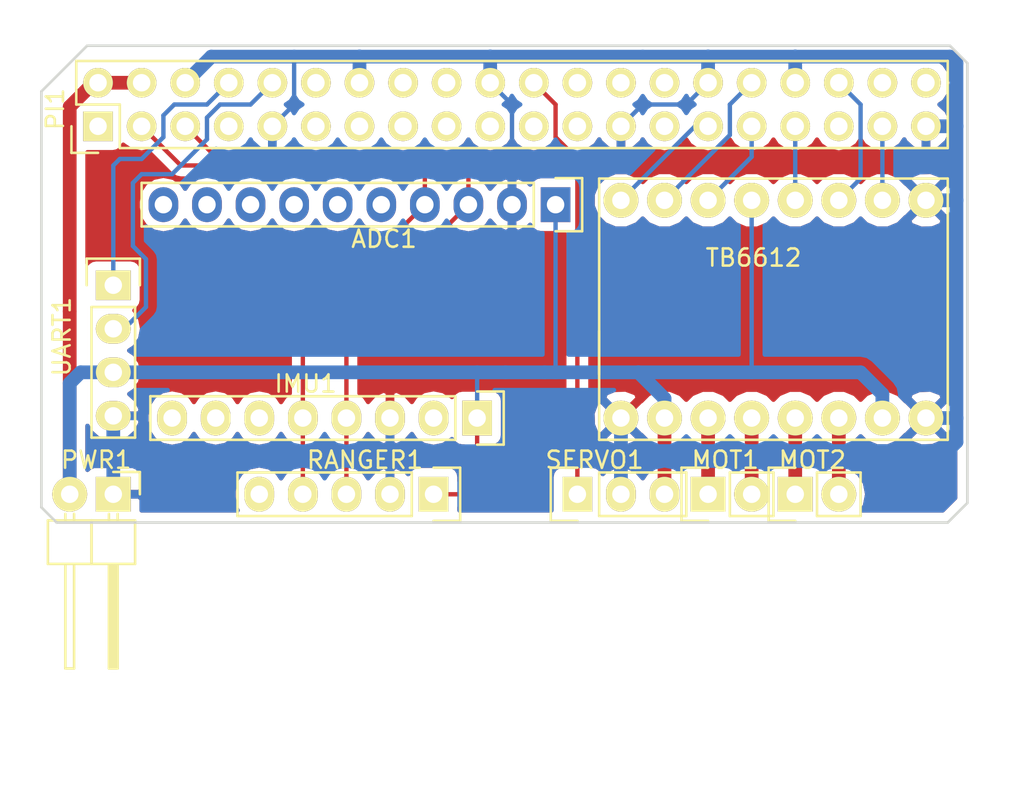
<source format=kicad_pcb>
(kicad_pcb (version 4) (host pcbnew 4.0.5)

  (general
    (links 45)
    (no_connects 0)
    (area 114.478999 79.680999 168.604001 107.644001)
    (thickness 1.6)
    (drawings 8)
    (tracks 123)
    (zones 0)
    (modules 10)
    (nets 48)
  )

  (page A3)
  (layers
    (0 F.Cu signal)
    (31 B.Cu signal)
    (34 B.Paste user)
    (35 F.Paste user)
    (36 B.SilkS user)
    (37 F.SilkS user)
    (38 B.Mask user)
    (39 F.Mask user)
    (44 Edge.Cuts user)
  )

  (setup
    (last_trace_width 0.254)
    (user_trace_width 0.6)
    (user_trace_width 0.8)
    (trace_clearance 0.254)
    (zone_clearance 0.508)
    (zone_45_only yes)
    (trace_min 0.006)
    (segment_width 0.2)
    (edge_width 0.15)
    (via_size 0.027)
    (via_drill 0.013)
    (via_min_size 0.027)
    (via_min_drill 0.013)
    (uvia_size 0.03)
    (uvia_drill 0.02)
    (uvias_allowed no)
    (uvia_min_size 0)
    (uvia_min_drill 0)
    (pcb_text_width 0.3)
    (pcb_text_size 1 1)
    (mod_edge_width 0.15)
    (mod_text_size 1 1)
    (mod_text_width 0.15)
    (pad_size 2.032 1.7272)
    (pad_drill 1.016)
    (pad_to_mask_clearance 0)
    (aux_axis_origin 117.856 84.455)
    (grid_origin 117.856 84.455)
    (visible_elements FFFFFF1F)
    (pcbplotparams
      (layerselection 0x010e8_80000001)
      (usegerberextensions true)
      (excludeedgelayer true)
      (linewidth 0.150000)
      (plotframeref false)
      (viasonmask false)
      (mode 1)
      (useauxorigin false)
      (hpglpennumber 1)
      (hpglpenspeed 20)
      (hpglpendiameter 15)
      (hpglpenoverlay 2)
      (psnegative false)
      (psa4output false)
      (plotreference false)
      (plotvalue true)
      (plotinvisibletext false)
      (padsonsilk false)
      (subtractmaskfromsilk false)
      (outputformat 1)
      (mirror false)
      (drillshape 0)
      (scaleselection 1)
      (outputdirectory ../../../../../mnt/STORAGE/joe/svtest/))
  )

  (net 0 "")
  (net 1 GND)
  (net 2 +5V)
  (net 3 /I2C_IN)
  (net 4 /I2C_CLK)
  (net 5 /MOT2_IN1)
  (net 6 /MOT2_IN2)
  (net 7 /MOT1_IN1)
  (net 8 /MOT1_IN2)
  (net 9 /PWM2)
  (net 10 /PWM0)
  (net 11 /PWM1)
  (net 12 "Net-(IMU1-Pad2)")
  (net 13 "Net-(IMU1-Pad6)")
  (net 14 "Net-(IMU1-Pad7)")
  (net 15 "Net-(IMU1-Pad8)")
  (net 16 "Net-(PI1-Pad1)")
  (net 17 "Net-(PI1-Pad12)")
  (net 18 "Net-(PI1-Pad17)")
  (net 19 "Net-(PI1-Pad19)")
  (net 20 "Net-(PI1-Pad21)")
  (net 21 "Net-(PI1-Pad23)")
  (net 22 "Net-(PI1-Pad24)")
  (net 23 "Net-(PI1-Pad26)")
  (net 24 "Net-(PI1-Pad27)")
  (net 25 "Net-(PI1-Pad28)")
  (net 26 "Net-(PI1-Pad35)")
  (net 27 "Net-(PI1-Pad38)")
  (net 28 "Net-(PI1-Pad40)")
  (net 29 "Net-(RANGER1-Pad5)")
  (net 30 "Net-(MOT1-Pad1)")
  (net 31 "Net-(MOT1-Pad2)")
  (net 32 "Net-(MOT2-Pad1)")
  (net 33 "Net-(MOT2-Pad2)")
  (net 34 /UART_TX)
  (net 35 /UART_RX)
  (net 36 "Net-(ADC1-Pad5)")
  (net 37 "Net-(ADC1-Pad6)")
  (net 38 "Net-(ADC1-Pad7)")
  (net 39 "Net-(ADC1-Pad8)")
  (net 40 "Net-(ADC1-Pad9)")
  (net 41 "Net-(ADC1-Pad10)")
  (net 42 "Net-(PI1-Pad11)")
  (net 43 "Net-(PI1-Pad7)")
  (net 44 "Net-(PI1-Pad13)")
  (net 45 "Net-(PI1-Pad15)")
  (net 46 "Net-(PI1-Pad16)")
  (net 47 "Net-(PI1-Pad18)")

  (net_class Default "This is the default net class."
    (clearance 0.254)
    (trace_width 0.254)
    (via_dia 0.027)
    (via_drill 0.013)
    (uvia_dia 0.03)
    (uvia_drill 0.02)
    (add_net +5V)
    (add_net /I2C_CLK)
    (add_net /I2C_IN)
    (add_net /MOT1_IN1)
    (add_net /MOT1_IN2)
    (add_net /MOT2_IN1)
    (add_net /MOT2_IN2)
    (add_net /PWM0)
    (add_net /PWM1)
    (add_net /PWM2)
    (add_net /UART_RX)
    (add_net /UART_TX)
    (add_net GND)
    (add_net "Net-(ADC1-Pad10)")
    (add_net "Net-(ADC1-Pad5)")
    (add_net "Net-(ADC1-Pad6)")
    (add_net "Net-(ADC1-Pad7)")
    (add_net "Net-(ADC1-Pad8)")
    (add_net "Net-(ADC1-Pad9)")
    (add_net "Net-(IMU1-Pad2)")
    (add_net "Net-(IMU1-Pad6)")
    (add_net "Net-(IMU1-Pad7)")
    (add_net "Net-(IMU1-Pad8)")
    (add_net "Net-(MOT1-Pad1)")
    (add_net "Net-(MOT1-Pad2)")
    (add_net "Net-(MOT2-Pad1)")
    (add_net "Net-(MOT2-Pad2)")
    (add_net "Net-(PI1-Pad1)")
    (add_net "Net-(PI1-Pad11)")
    (add_net "Net-(PI1-Pad12)")
    (add_net "Net-(PI1-Pad13)")
    (add_net "Net-(PI1-Pad15)")
    (add_net "Net-(PI1-Pad16)")
    (add_net "Net-(PI1-Pad17)")
    (add_net "Net-(PI1-Pad18)")
    (add_net "Net-(PI1-Pad19)")
    (add_net "Net-(PI1-Pad21)")
    (add_net "Net-(PI1-Pad23)")
    (add_net "Net-(PI1-Pad24)")
    (add_net "Net-(PI1-Pad26)")
    (add_net "Net-(PI1-Pad27)")
    (add_net "Net-(PI1-Pad28)")
    (add_net "Net-(PI1-Pad35)")
    (add_net "Net-(PI1-Pad38)")
    (add_net "Net-(PI1-Pad40)")
    (add_net "Net-(PI1-Pad7)")
    (add_net "Net-(RANGER1-Pad5)")
  )

  (module Pin_Headers:Pin_Header_Angled_1x02 (layer F.Cu) (tedit 58E675D2) (tstamp 58B5D47D)
    (at 118.745 105.918 270)
    (descr "Through hole pin header")
    (tags "pin header")
    (path /58B5CEA0)
    (fp_text reference PWR1 (at -2 1 360) (layer F.SilkS)
      (effects (font (size 1 1) (thickness 0.15)))
    )
    (fp_text value PWR1 (at 0 -3.1 270) (layer F.Fab)
      (effects (font (size 1 1) (thickness 0.15)))
    )
    (fp_line (start -1.5 -1.75) (end -1.5 4.3) (layer F.CrtYd) (width 0.05))
    (fp_line (start 10.65 -1.75) (end 10.65 4.3) (layer F.CrtYd) (width 0.05))
    (fp_line (start -1.5 -1.75) (end 10.65 -1.75) (layer F.CrtYd) (width 0.05))
    (fp_line (start -1.5 4.3) (end 10.65 4.3) (layer F.CrtYd) (width 0.05))
    (fp_line (start -1.3 -1.55) (end -1.3 0) (layer F.SilkS) (width 0.15))
    (fp_line (start 0 -1.55) (end -1.3 -1.55) (layer F.SilkS) (width 0.15))
    (fp_line (start 4.191 -0.127) (end 10.033 -0.127) (layer F.SilkS) (width 0.15))
    (fp_line (start 10.033 -0.127) (end 10.033 0.127) (layer F.SilkS) (width 0.15))
    (fp_line (start 10.033 0.127) (end 4.191 0.127) (layer F.SilkS) (width 0.15))
    (fp_line (start 4.191 0.127) (end 4.191 0) (layer F.SilkS) (width 0.15))
    (fp_line (start 4.191 0) (end 10.033 0) (layer F.SilkS) (width 0.15))
    (fp_line (start 1.524 -0.254) (end 1.143 -0.254) (layer F.SilkS) (width 0.15))
    (fp_line (start 1.524 0.254) (end 1.143 0.254) (layer F.SilkS) (width 0.15))
    (fp_line (start 1.524 2.286) (end 1.143 2.286) (layer F.SilkS) (width 0.15))
    (fp_line (start 1.524 2.794) (end 1.143 2.794) (layer F.SilkS) (width 0.15))
    (fp_line (start 1.524 -1.27) (end 4.064 -1.27) (layer F.SilkS) (width 0.15))
    (fp_line (start 1.524 1.27) (end 4.064 1.27) (layer F.SilkS) (width 0.15))
    (fp_line (start 1.524 1.27) (end 1.524 3.81) (layer F.SilkS) (width 0.15))
    (fp_line (start 1.524 3.81) (end 4.064 3.81) (layer F.SilkS) (width 0.15))
    (fp_line (start 4.064 2.286) (end 10.16 2.286) (layer F.SilkS) (width 0.15))
    (fp_line (start 10.16 2.286) (end 10.16 2.794) (layer F.SilkS) (width 0.15))
    (fp_line (start 10.16 2.794) (end 4.064 2.794) (layer F.SilkS) (width 0.15))
    (fp_line (start 4.064 3.81) (end 4.064 1.27) (layer F.SilkS) (width 0.15))
    (fp_line (start 4.064 1.27) (end 4.064 -1.27) (layer F.SilkS) (width 0.15))
    (fp_line (start 10.16 0.254) (end 4.064 0.254) (layer F.SilkS) (width 0.15))
    (fp_line (start 10.16 -0.254) (end 10.16 0.254) (layer F.SilkS) (width 0.15))
    (fp_line (start 4.064 -0.254) (end 10.16 -0.254) (layer F.SilkS) (width 0.15))
    (fp_line (start 1.524 1.27) (end 4.064 1.27) (layer F.SilkS) (width 0.15))
    (fp_line (start 1.524 -1.27) (end 1.524 1.27) (layer F.SilkS) (width 0.15))
    (pad 1 thru_hole rect (at 0 0 270) (size 2.032 2.032) (drill 1.016) (layers *.Cu *.Mask F.SilkS)
      (net 1 GND))
    (pad 2 thru_hole oval (at 0 2.54 270) (size 2.032 2.032) (drill 1.016) (layers *.Cu *.Mask F.SilkS)
      (net 2 +5V))
    (model Pin_Headers.3dshapes/Pin_Header_Angled_1x02.wrl
      (at (xyz 0 -0.05 0))
      (scale (xyz 1 1 1))
      (rotate (xyz 0 0 90))
    )
  )

  (module Pin_Headers:Pin_Header_Straight_2x20 (layer F.Cu) (tedit 58C4ED9E) (tstamp 58B73E00)
    (at 117.856 84.455 90)
    (descr "Through hole pin header")
    (tags "pin header")
    (path /58B500BC)
    (fp_text reference PI1 (at 1 -2.5 90) (layer F.SilkS)
      (effects (font (size 1 1) (thickness 0.15)))
    )
    (fp_text value RPIHDR (at 0 -3.1 90) (layer F.Fab)
      (effects (font (size 1 1) (thickness 0.15)))
    )
    (fp_line (start -1.75 -1.75) (end -1.75 50.05) (layer F.CrtYd) (width 0.05))
    (fp_line (start 4.3 -1.75) (end 4.3 50.05) (layer F.CrtYd) (width 0.05))
    (fp_line (start -1.75 -1.75) (end 4.3 -1.75) (layer F.CrtYd) (width 0.05))
    (fp_line (start -1.75 50.05) (end 4.3 50.05) (layer F.CrtYd) (width 0.05))
    (fp_line (start 3.81 49.53) (end 3.81 -1.27) (layer F.SilkS) (width 0.15))
    (fp_line (start -1.27 1.27) (end -1.27 49.53) (layer F.SilkS) (width 0.15))
    (fp_line (start 3.81 49.53) (end -1.27 49.53) (layer F.SilkS) (width 0.15))
    (fp_line (start 3.81 -1.27) (end 1.27 -1.27) (layer F.SilkS) (width 0.15))
    (fp_line (start 0 -1.55) (end -1.55 -1.55) (layer F.SilkS) (width 0.15))
    (fp_line (start 1.27 -1.27) (end 1.27 1.27) (layer F.SilkS) (width 0.15))
    (fp_line (start 1.27 1.27) (end -1.27 1.27) (layer F.SilkS) (width 0.15))
    (fp_line (start -1.55 -1.55) (end -1.55 0) (layer F.SilkS) (width 0.15))
    (pad 1 thru_hole rect (at 0 0 90) (size 1.7272 1.7272) (drill 1.016) (layers *.Cu *.Mask F.SilkS)
      (net 16 "Net-(PI1-Pad1)"))
    (pad 2 thru_hole oval (at 2.54 0 90) (size 1.7272 1.7272) (drill 1.016) (layers *.Cu *.Mask F.SilkS)
      (net 2 +5V))
    (pad 3 thru_hole oval (at 0 2.54 90) (size 1.7272 1.7272) (drill 1.016) (layers *.Cu *.Mask F.SilkS)
      (net 3 /I2C_IN))
    (pad 4 thru_hole oval (at 2.54 2.54 90) (size 1.7272 1.7272) (drill 1.016) (layers *.Cu *.Mask F.SilkS)
      (net 2 +5V))
    (pad 5 thru_hole oval (at 0 5.08 90) (size 1.7272 1.7272) (drill 1.016) (layers *.Cu *.Mask F.SilkS)
      (net 4 /I2C_CLK))
    (pad 6 thru_hole oval (at 2.54 5.08 90) (size 1.7272 1.7272) (drill 1.016) (layers *.Cu *.Mask F.SilkS)
      (net 1 GND))
    (pad 7 thru_hole oval (at 0 7.62 90) (size 1.7272 1.7272) (drill 1.016) (layers *.Cu *.Mask F.SilkS)
      (net 43 "Net-(PI1-Pad7)"))
    (pad 8 thru_hole oval (at 2.54 7.62 90) (size 1.7272 1.7272) (drill 1.016) (layers *.Cu *.Mask F.SilkS)
      (net 34 /UART_TX))
    (pad 9 thru_hole oval (at 0 10.16 90) (size 1.7272 1.7272) (drill 1.016) (layers *.Cu *.Mask F.SilkS)
      (net 1 GND))
    (pad 10 thru_hole oval (at 2.54 10.16 90) (size 1.7272 1.7272) (drill 1.016) (layers *.Cu *.Mask F.SilkS)
      (net 35 /UART_RX))
    (pad 11 thru_hole oval (at 0 12.7 90) (size 1.7272 1.7272) (drill 1.016) (layers *.Cu *.Mask F.SilkS)
      (net 42 "Net-(PI1-Pad11)"))
    (pad 12 thru_hole oval (at 2.54 12.7 90) (size 1.7272 1.7272) (drill 1.016) (layers *.Cu *.Mask F.SilkS)
      (net 17 "Net-(PI1-Pad12)"))
    (pad 13 thru_hole oval (at 0 15.24 90) (size 1.7272 1.7272) (drill 1.016) (layers *.Cu *.Mask F.SilkS)
      (net 44 "Net-(PI1-Pad13)"))
    (pad 14 thru_hole oval (at 2.54 15.24 90) (size 1.7272 1.7272) (drill 1.016) (layers *.Cu *.Mask F.SilkS)
      (net 1 GND))
    (pad 15 thru_hole oval (at 0 17.78 90) (size 1.7272 1.7272) (drill 1.016) (layers *.Cu *.Mask F.SilkS)
      (net 45 "Net-(PI1-Pad15)"))
    (pad 16 thru_hole oval (at 2.54 17.78 90) (size 1.7272 1.7272) (drill 1.016) (layers *.Cu *.Mask F.SilkS)
      (net 46 "Net-(PI1-Pad16)"))
    (pad 17 thru_hole oval (at 0 20.32 90) (size 1.7272 1.7272) (drill 1.016) (layers *.Cu *.Mask F.SilkS)
      (net 18 "Net-(PI1-Pad17)"))
    (pad 18 thru_hole oval (at 2.54 20.32 90) (size 1.7272 1.7272) (drill 1.016) (layers *.Cu *.Mask F.SilkS)
      (net 47 "Net-(PI1-Pad18)"))
    (pad 19 thru_hole oval (at 0 22.86 90) (size 1.7272 1.7272) (drill 1.016) (layers *.Cu *.Mask F.SilkS)
      (net 19 "Net-(PI1-Pad19)"))
    (pad 20 thru_hole oval (at 2.54 22.86 90) (size 1.7272 1.7272) (drill 1.016) (layers *.Cu *.Mask F.SilkS)
      (net 1 GND))
    (pad 21 thru_hole oval (at 0 25.4 90) (size 1.7272 1.7272) (drill 1.016) (layers *.Cu *.Mask F.SilkS)
      (net 20 "Net-(PI1-Pad21)"))
    (pad 22 thru_hole oval (at 2.54 25.4 90) (size 1.7272 1.7272) (drill 1.016) (layers *.Cu *.Mask F.SilkS)
      (net 9 /PWM2))
    (pad 23 thru_hole oval (at 0 27.94 90) (size 1.7272 1.7272) (drill 1.016) (layers *.Cu *.Mask F.SilkS)
      (net 21 "Net-(PI1-Pad23)"))
    (pad 24 thru_hole oval (at 2.54 27.94 90) (size 1.7272 1.7272) (drill 1.016) (layers *.Cu *.Mask F.SilkS)
      (net 22 "Net-(PI1-Pad24)"))
    (pad 25 thru_hole oval (at 0 30.48 90) (size 1.7272 1.7272) (drill 1.016) (layers *.Cu *.Mask F.SilkS)
      (net 1 GND))
    (pad 26 thru_hole oval (at 2.54 30.48 90) (size 1.7272 1.7272) (drill 1.016) (layers *.Cu *.Mask F.SilkS)
      (net 23 "Net-(PI1-Pad26)"))
    (pad 27 thru_hole oval (at 0 33.02 90) (size 1.7272 1.7272) (drill 1.016) (layers *.Cu *.Mask F.SilkS)
      (net 24 "Net-(PI1-Pad27)"))
    (pad 28 thru_hole oval (at 2.54 33.02 90) (size 1.7272 1.7272) (drill 1.016) (layers *.Cu *.Mask F.SilkS)
      (net 25 "Net-(PI1-Pad28)"))
    (pad 29 thru_hole oval (at 0 35.56 90) (size 1.7272 1.7272) (drill 1.016) (layers *.Cu *.Mask F.SilkS)
      (net 11 /PWM1))
    (pad 30 thru_hole oval (at 2.54 35.56 90) (size 1.7272 1.7272) (drill 1.016) (layers *.Cu *.Mask F.SilkS)
      (net 1 GND))
    (pad 31 thru_hole oval (at 0 38.1 90) (size 1.7272 1.7272) (drill 1.016) (layers *.Cu *.Mask F.SilkS)
      (net 6 /MOT2_IN2))
    (pad 32 thru_hole oval (at 2.54 38.1 90) (size 1.7272 1.7272) (drill 1.016) (layers *.Cu *.Mask F.SilkS)
      (net 5 /MOT2_IN1))
    (pad 33 thru_hole oval (at 0 40.64 90) (size 1.7272 1.7272) (drill 1.016) (layers *.Cu *.Mask F.SilkS)
      (net 7 /MOT1_IN1))
    (pad 34 thru_hole oval (at 2.54 40.64 90) (size 1.7272 1.7272) (drill 1.016) (layers *.Cu *.Mask F.SilkS)
      (net 1 GND))
    (pad 35 thru_hole oval (at 0 43.18 90) (size 1.7272 1.7272) (drill 1.016) (layers *.Cu *.Mask F.SilkS)
      (net 26 "Net-(PI1-Pad35)"))
    (pad 36 thru_hole oval (at 2.54 43.18 90) (size 1.7272 1.7272) (drill 1.016) (layers *.Cu *.Mask F.SilkS)
      (net 8 /MOT1_IN2))
    (pad 37 thru_hole oval (at 0 45.72 90) (size 1.7272 1.7272) (drill 1.016) (layers *.Cu *.Mask F.SilkS)
      (net 10 /PWM0))
    (pad 38 thru_hole oval (at 2.54 45.72 90) (size 1.7272 1.7272) (drill 1.016) (layers *.Cu *.Mask F.SilkS)
      (net 27 "Net-(PI1-Pad38)"))
    (pad 39 thru_hole oval (at 0 48.26 90) (size 1.7272 1.7272) (drill 1.016) (layers *.Cu *.Mask F.SilkS)
      (net 1 GND))
    (pad 40 thru_hole oval (at 2.54 48.26 90) (size 1.7272 1.7272) (drill 1.016) (layers *.Cu *.Mask F.SilkS)
      (net 28 "Net-(PI1-Pad40)"))
    (model Pin_Headers.3dshapes/Pin_Header_Straight_2x20.wrl
      (at (xyz 0.05 -0.95 0))
      (scale (xyz 1 1 1))
      (rotate (xyz 0 0 90))
    )
  )

  (module myfootprints:TB6612 (layer F.Cu) (tedit 58C4D2F3) (tstamp 58B73E53)
    (at 147.066 95.123 90)
    (path /58B4EDB1)
    (fp_text reference TB6612 (at 3 9 180) (layer F.SilkS)
      (effects (font (size 1 1) (thickness 0.15)))
    )
    (fp_text value TB6612 (at 0 -0.5 90) (layer F.Fab)
      (effects (font (size 1 1) (thickness 0.15)))
    )
    (fp_line (start 3.81 20.32) (end 7.62 20.32) (layer F.SilkS) (width 0.15))
    (fp_line (start 7.62 20.32) (end 7.62 0) (layer F.SilkS) (width 0.15))
    (fp_line (start 7.62 0) (end -3.81 0) (layer F.SilkS) (width 0.15))
    (fp_line (start 3.81 20.32) (end -7.62 20.32) (layer F.SilkS) (width 0.15))
    (fp_line (start -7.62 20.32) (end -7.62 0) (layer F.SilkS) (width 0.15))
    (fp_line (start -7.62 0) (end -1.27 0) (layer F.SilkS) (width 0.15))
    (pad 1 thru_hole circle (at -6.35 1.27 90) (size 2.032 2.032) (drill 1.016) (layers *.Cu *.Mask F.SilkS)
      (net 1 GND))
    (pad 2 thru_hole circle (at -6.35 3.81 90) (size 2.032 2.032) (drill 1.016) (layers *.Cu *.Mask F.SilkS)
      (net 2 +5V))
    (pad 3 thru_hole circle (at -6.35 6.35 90) (size 2.032 2.032) (drill 1.016) (layers *.Cu *.Mask F.SilkS)
      (net 30 "Net-(MOT1-Pad1)"))
    (pad 4 thru_hole circle (at -6.35 8.89 90) (size 2.032 2.032) (drill 1.016) (layers *.Cu *.Mask F.SilkS)
      (net 31 "Net-(MOT1-Pad2)"))
    (pad 5 thru_hole circle (at -6.35 11.43 90) (size 2.032 2.032) (drill 1.016) (layers *.Cu *.Mask F.SilkS)
      (net 32 "Net-(MOT2-Pad1)"))
    (pad 6 thru_hole circle (at -6.35 13.97 90) (size 2.032 2.032) (drill 1.016) (layers *.Cu *.Mask F.SilkS)
      (net 33 "Net-(MOT2-Pad2)"))
    (pad 7 thru_hole circle (at -6.35 16.51 90) (size 2.032 2.032) (drill 1.016) (layers *.Cu *.Mask F.SilkS)
      (net 2 +5V))
    (pad 8 thru_hole circle (at -6.35 19.05 90) (size 2.032 2.032) (drill 1.016) (layers *.Cu *.Mask F.SilkS)
      (net 1 GND))
    (pad 9 thru_hole circle (at 6.35 1.27 90) (size 2.032 2.032) (drill 1.016) (layers *.Cu *.Mask F.SilkS)
      (net 11 /PWM1))
    (pad 10 thru_hole circle (at 6.35 3.81 90) (size 2.032 2.032) (drill 1.016) (layers *.Cu *.Mask F.SilkS)
      (net 5 /MOT2_IN1))
    (pad 11 thru_hole circle (at 6.35 6.35 90) (size 2.032 2.032) (drill 1.016) (layers *.Cu *.Mask F.SilkS)
      (net 6 /MOT2_IN2))
    (pad 12 thru_hole circle (at 6.35 8.89 90) (size 2.032 2.032) (drill 1.016) (layers *.Cu *.Mask F.SilkS)
      (net 2 +5V))
    (pad 13 thru_hole circle (at 6.35 11.43 90) (size 2.032 2.032) (drill 1.016) (layers *.Cu *.Mask F.SilkS)
      (net 7 /MOT1_IN1))
    (pad 14 thru_hole circle (at 6.35 13.97 90) (size 2.032 2.032) (drill 1.016) (layers *.Cu *.Mask F.SilkS)
      (net 8 /MOT1_IN2))
    (pad 15 thru_hole circle (at 6.35 16.51 90) (size 2.032 2.032) (drill 1.016) (layers *.Cu *.Mask F.SilkS)
      (net 10 /PWM0))
    (pad 16 thru_hole circle (at 6.35 19.05 90) (size 2.032 2.032) (drill 1.016) (layers *.Cu *.Mask F.SilkS)
      (net 1 GND))
  )

  (module Pin_Headers:Pin_Header_Straight_1x02 (layer F.Cu) (tedit 58C4EF78) (tstamp 58B7978A)
    (at 158.496 105.918 90)
    (descr "Through hole pin header")
    (tags "pin header")
    (path /58B53088)
    (fp_text reference MOT2 (at 2 1 180) (layer F.SilkS)
      (effects (font (size 1 1) (thickness 0.15)))
    )
    (fp_text value MOT2 (at 0 -3.1 90) (layer F.Fab)
      (effects (font (size 1 1) (thickness 0.15)))
    )
    (fp_line (start 1.27 1.27) (end 1.27 3.81) (layer F.SilkS) (width 0.15))
    (fp_line (start 1.55 -1.55) (end 1.55 0) (layer F.SilkS) (width 0.15))
    (fp_line (start -1.75 -1.75) (end -1.75 4.3) (layer F.CrtYd) (width 0.05))
    (fp_line (start 1.75 -1.75) (end 1.75 4.3) (layer F.CrtYd) (width 0.05))
    (fp_line (start -1.75 -1.75) (end 1.75 -1.75) (layer F.CrtYd) (width 0.05))
    (fp_line (start -1.75 4.3) (end 1.75 4.3) (layer F.CrtYd) (width 0.05))
    (fp_line (start 1.27 1.27) (end -1.27 1.27) (layer F.SilkS) (width 0.15))
    (fp_line (start -1.55 0) (end -1.55 -1.55) (layer F.SilkS) (width 0.15))
    (fp_line (start -1.55 -1.55) (end 1.55 -1.55) (layer F.SilkS) (width 0.15))
    (fp_line (start -1.27 1.27) (end -1.27 3.81) (layer F.SilkS) (width 0.15))
    (fp_line (start -1.27 3.81) (end 1.27 3.81) (layer F.SilkS) (width 0.15))
    (pad 1 thru_hole rect (at 0 0 90) (size 2.032 2.032) (drill 1.016) (layers *.Cu *.Mask F.SilkS)
      (net 32 "Net-(MOT2-Pad1)"))
    (pad 2 thru_hole oval (at 0 2.54 90) (size 2.032 2.032) (drill 1.016) (layers *.Cu *.Mask F.SilkS)
      (net 33 "Net-(MOT2-Pad2)"))
    (model Pin_Headers.3dshapes/Pin_Header_Straight_1x02.wrl
      (at (xyz 0 -0.05 0))
      (scale (xyz 1 1 1))
      (rotate (xyz 0 0 90))
    )
  )

  (module Pin_Headers:Pin_Header_Straight_1x02 (layer F.Cu) (tedit 58C4EF6D) (tstamp 58B79790)
    (at 153.416 105.918 90)
    (descr "Through hole pin header")
    (tags "pin header")
    (path /58B530D8)
    (fp_text reference MOT1 (at 2 1 180) (layer F.SilkS)
      (effects (font (size 1 1) (thickness 0.15)))
    )
    (fp_text value MOT1 (at 0 -3.1 90) (layer F.Fab)
      (effects (font (size 1 1) (thickness 0.15)))
    )
    (fp_line (start 1.27 1.27) (end 1.27 3.81) (layer F.SilkS) (width 0.15))
    (fp_line (start 1.55 -1.55) (end 1.55 0) (layer F.SilkS) (width 0.15))
    (fp_line (start -1.75 -1.75) (end -1.75 4.3) (layer F.CrtYd) (width 0.05))
    (fp_line (start 1.75 -1.75) (end 1.75 4.3) (layer F.CrtYd) (width 0.05))
    (fp_line (start -1.75 -1.75) (end 1.75 -1.75) (layer F.CrtYd) (width 0.05))
    (fp_line (start -1.75 4.3) (end 1.75 4.3) (layer F.CrtYd) (width 0.05))
    (fp_line (start 1.27 1.27) (end -1.27 1.27) (layer F.SilkS) (width 0.15))
    (fp_line (start -1.55 0) (end -1.55 -1.55) (layer F.SilkS) (width 0.15))
    (fp_line (start -1.55 -1.55) (end 1.55 -1.55) (layer F.SilkS) (width 0.15))
    (fp_line (start -1.27 1.27) (end -1.27 3.81) (layer F.SilkS) (width 0.15))
    (fp_line (start -1.27 3.81) (end 1.27 3.81) (layer F.SilkS) (width 0.15))
    (pad 1 thru_hole rect (at 0 0 90) (size 2.032 2.032) (drill 1.016) (layers *.Cu *.Mask F.SilkS)
      (net 30 "Net-(MOT1-Pad1)"))
    (pad 2 thru_hole oval (at 0 2.54 90) (size 2.032 2.032) (drill 1.016) (layers *.Cu *.Mask F.SilkS)
      (net 31 "Net-(MOT1-Pad2)"))
    (model Pin_Headers.3dshapes/Pin_Header_Straight_1x02.wrl
      (at (xyz 0 -0.05 0))
      (scale (xyz 1 1 1))
      (rotate (xyz 0 0 90))
    )
  )

  (module Pin_Headers:Pin_Header_Straight_1x03 (layer F.Cu) (tedit 58E67505) (tstamp 58B79797)
    (at 145.796 105.918 90)
    (descr "Through hole pin header")
    (tags "pin header")
    (path /58B4E7AF)
    (fp_text reference SERVO1 (at 2 1 180) (layer F.SilkS)
      (effects (font (size 1 1) (thickness 0.15)))
    )
    (fp_text value SERVO (at 0 -3.1 90) (layer F.Fab)
      (effects (font (size 1 1) (thickness 0.15)))
    )
    (fp_line (start -1.75 -1.75) (end -1.75 6.85) (layer F.CrtYd) (width 0.05))
    (fp_line (start 1.75 -1.75) (end 1.75 6.85) (layer F.CrtYd) (width 0.05))
    (fp_line (start -1.75 -1.75) (end 1.75 -1.75) (layer F.CrtYd) (width 0.05))
    (fp_line (start -1.75 6.85) (end 1.75 6.85) (layer F.CrtYd) (width 0.05))
    (fp_line (start -1.27 1.27) (end -1.27 6.35) (layer F.SilkS) (width 0.15))
    (fp_line (start -1.27 6.35) (end 1.27 6.35) (layer F.SilkS) (width 0.15))
    (fp_line (start 1.27 6.35) (end 1.27 1.27) (layer F.SilkS) (width 0.15))
    (fp_line (start 1.55 -1.55) (end 1.55 0) (layer F.SilkS) (width 0.15))
    (fp_line (start 1.27 1.27) (end -1.27 1.27) (layer F.SilkS) (width 0.15))
    (fp_line (start -1.55 0) (end -1.55 -1.55) (layer F.SilkS) (width 0.15))
    (fp_line (start -1.55 -1.55) (end 1.55 -1.55) (layer F.SilkS) (width 0.15))
    (pad 1 thru_hole rect (at 0 0 90) (size 2.032 1.7272) (drill 1.016) (layers *.Cu *.Mask F.SilkS)
      (net 9 /PWM2))
    (pad 2 thru_hole oval (at 0 2.54 90) (size 2.032 1.7272) (drill 1.016) (layers *.Cu *.Mask F.SilkS)
      (net 1 GND))
    (pad 3 thru_hole oval (at 0 5.08 90) (size 2.032 1.7272) (drill 1.016) (layers *.Cu *.Mask F.SilkS)
      (net 2 +5V))
    (model Pin_Headers.3dshapes/Pin_Header_Straight_1x03.wrl
      (at (xyz 0 -0.1 0))
      (scale (xyz 1 1 1))
      (rotate (xyz 0 0 90))
    )
  )

  (module Pin_Headers:Pin_Header_Straight_1x05 (layer F.Cu) (tedit 58C6D937) (tstamp 58B797ED)
    (at 137.414 105.918 270)
    (descr "Through hole pin header")
    (tags "pin header")
    (path /58B4EAB3)
    (fp_text reference RANGER1 (at -2 4 360) (layer F.SilkS)
      (effects (font (size 1 1) (thickness 0.15)))
    )
    (fp_text value VL6180X (at 0 -3.1 270) (layer F.Fab)
      (effects (font (size 1 1) (thickness 0.15)))
    )
    (fp_line (start -1.55 0) (end -1.55 -1.55) (layer F.SilkS) (width 0.15))
    (fp_line (start -1.55 -1.55) (end 1.55 -1.55) (layer F.SilkS) (width 0.15))
    (fp_line (start 1.55 -1.55) (end 1.55 0) (layer F.SilkS) (width 0.15))
    (fp_line (start -1.75 -1.75) (end -1.75 11.95) (layer F.CrtYd) (width 0.05))
    (fp_line (start 1.75 -1.75) (end 1.75 11.95) (layer F.CrtYd) (width 0.05))
    (fp_line (start -1.75 -1.75) (end 1.75 -1.75) (layer F.CrtYd) (width 0.05))
    (fp_line (start -1.75 11.95) (end 1.75 11.95) (layer F.CrtYd) (width 0.05))
    (fp_line (start 1.27 1.27) (end 1.27 11.43) (layer F.SilkS) (width 0.15))
    (fp_line (start 1.27 11.43) (end -1.27 11.43) (layer F.SilkS) (width 0.15))
    (fp_line (start -1.27 11.43) (end -1.27 1.27) (layer F.SilkS) (width 0.15))
    (fp_line (start 1.27 1.27) (end -1.27 1.27) (layer F.SilkS) (width 0.15))
    (pad 1 thru_hole rect (at 0 0 270) (size 2.032 1.7272) (drill 1.016) (layers *.Cu *.Mask F.SilkS)
      (net 2 +5V))
    (pad 2 thru_hole oval (at 0 2.54 270) (size 2.032 1.7272) (drill 1.016) (layers *.Cu *.Mask F.SilkS)
      (net 1 GND))
    (pad 3 thru_hole oval (at 0 5.08 270) (size 2.032 1.7272) (drill 1.016) (layers *.Cu *.Mask F.SilkS)
      (net 4 /I2C_CLK))
    (pad 4 thru_hole oval (at 0 7.62 270) (size 2.032 1.7272) (drill 1.016) (layers *.Cu *.Mask F.SilkS)
      (net 3 /I2C_IN))
    (pad 5 thru_hole oval (at 0 10.16 270) (size 2.032 1.7272) (drill 1.016) (layers *.Cu *.Mask F.SilkS)
      (net 29 "Net-(RANGER1-Pad5)"))
    (model Pin_Headers.3dshapes/Pin_Header_Straight_1x05.wrl
      (at (xyz 0 -0.2 0))
      (scale (xyz 1 1 1))
      (rotate (xyz 0 0 90))
    )
  )

  (module Pin_Headers:Pin_Header_Straight_1x08 (layer F.Cu) (tedit 58C6D911) (tstamp 58B798A5)
    (at 139.954 101.473 270)
    (descr "Through hole pin header")
    (tags "pin header")
    (path /58B4FF73)
    (fp_text reference IMU1 (at -2 10 360) (layer F.SilkS)
      (effects (font (size 1 1) (thickness 0.15)))
    )
    (fp_text value GY-91 (at 0 -3.1 270) (layer F.Fab)
      (effects (font (size 1 1) (thickness 0.15)))
    )
    (fp_line (start -1.75 -1.75) (end -1.75 19.55) (layer F.CrtYd) (width 0.05))
    (fp_line (start 1.75 -1.75) (end 1.75 19.55) (layer F.CrtYd) (width 0.05))
    (fp_line (start -1.75 -1.75) (end 1.75 -1.75) (layer F.CrtYd) (width 0.05))
    (fp_line (start -1.75 19.55) (end 1.75 19.55) (layer F.CrtYd) (width 0.05))
    (fp_line (start 1.27 1.27) (end 1.27 19.05) (layer F.SilkS) (width 0.15))
    (fp_line (start 1.27 19.05) (end -1.27 19.05) (layer F.SilkS) (width 0.15))
    (fp_line (start -1.27 19.05) (end -1.27 1.27) (layer F.SilkS) (width 0.15))
    (fp_line (start 1.55 -1.55) (end 1.55 0) (layer F.SilkS) (width 0.15))
    (fp_line (start 1.27 1.27) (end -1.27 1.27) (layer F.SilkS) (width 0.15))
    (fp_line (start -1.55 0) (end -1.55 -1.55) (layer F.SilkS) (width 0.15))
    (fp_line (start -1.55 -1.55) (end 1.55 -1.55) (layer F.SilkS) (width 0.15))
    (pad 1 thru_hole rect (at 0 0 270) (size 2.032 1.7272) (drill 1.016) (layers *.Cu *.Mask F.SilkS)
      (net 2 +5V))
    (pad 2 thru_hole oval (at 0 2.54 270) (size 2.032 1.7272) (drill 1.016) (layers *.Cu *.Mask F.SilkS)
      (net 12 "Net-(IMU1-Pad2)"))
    (pad 3 thru_hole oval (at 0 5.08 270) (size 2.032 1.7272) (drill 1.016) (layers *.Cu *.Mask F.SilkS)
      (net 1 GND))
    (pad 4 thru_hole oval (at 0 7.62 270) (size 2.032 1.7272) (drill 1.016) (layers *.Cu *.Mask F.SilkS)
      (net 4 /I2C_CLK))
    (pad 5 thru_hole oval (at 0 10.16 270) (size 2.032 1.7272) (drill 1.016) (layers *.Cu *.Mask F.SilkS)
      (net 3 /I2C_IN))
    (pad 6 thru_hole oval (at 0 12.7 270) (size 2.032 1.7272) (drill 1.016) (layers *.Cu *.Mask F.SilkS)
      (net 13 "Net-(IMU1-Pad6)"))
    (pad 7 thru_hole oval (at 0 15.24 270) (size 2.032 1.7272) (drill 1.016) (layers *.Cu *.Mask F.SilkS)
      (net 14 "Net-(IMU1-Pad7)"))
    (pad 8 thru_hole oval (at 0 17.78 270) (size 2.032 1.7272) (drill 1.016) (layers *.Cu *.Mask F.SilkS)
      (net 15 "Net-(IMU1-Pad8)"))
    (model Pin_Headers.3dshapes/Pin_Header_Straight_1x08.wrl
      (at (xyz 0 -0.35 0))
      (scale (xyz 1 1 1))
      (rotate (xyz 0 0 90))
    )
  )

  (module Pin_Headers:Pin_Header_Straight_1x04 (layer F.Cu) (tedit 58C66EE6) (tstamp 58C5DC9B)
    (at 118.745 93.726)
    (descr "Through hole pin header")
    (tags "pin header")
    (path /58B4F062)
    (fp_text reference UART1 (at -3 3 90) (layer F.SilkS)
      (effects (font (size 1 1) (thickness 0.15)))
    )
    (fp_text value UART (at 0 -3.1) (layer F.Fab)
      (effects (font (size 1 1) (thickness 0.15)))
    )
    (fp_line (start -1.75 -1.75) (end -1.75 9.4) (layer F.CrtYd) (width 0.05))
    (fp_line (start 1.75 -1.75) (end 1.75 9.4) (layer F.CrtYd) (width 0.05))
    (fp_line (start -1.75 -1.75) (end 1.75 -1.75) (layer F.CrtYd) (width 0.05))
    (fp_line (start -1.75 9.4) (end 1.75 9.4) (layer F.CrtYd) (width 0.05))
    (fp_line (start -1.27 1.27) (end -1.27 8.89) (layer F.SilkS) (width 0.15))
    (fp_line (start 1.27 1.27) (end 1.27 8.89) (layer F.SilkS) (width 0.15))
    (fp_line (start 1.55 -1.55) (end 1.55 0) (layer F.SilkS) (width 0.15))
    (fp_line (start -1.27 8.89) (end 1.27 8.89) (layer F.SilkS) (width 0.15))
    (fp_line (start 1.27 1.27) (end -1.27 1.27) (layer F.SilkS) (width 0.15))
    (fp_line (start -1.55 0) (end -1.55 -1.55) (layer F.SilkS) (width 0.15))
    (fp_line (start -1.55 -1.55) (end 1.55 -1.55) (layer F.SilkS) (width 0.15))
    (pad 1 thru_hole rect (at 0 0) (size 2.032 1.7272) (drill 1.016) (layers *.Cu *.Mask F.SilkS)
      (net 34 /UART_TX))
    (pad 2 thru_hole oval (at 0 2.54) (size 2.032 1.7272) (drill 1.016) (layers *.Cu *.Mask F.SilkS)
      (net 35 /UART_RX))
    (pad 3 thru_hole oval (at 0 5.08) (size 2.032 1.7272) (drill 1.016) (layers *.Cu *.Mask F.SilkS)
      (net 2 +5V))
    (pad 4 thru_hole oval (at 0 7.62) (size 2.032 1.7272) (drill 1.016) (layers *.Cu *.Mask F.SilkS)
      (net 1 GND))
    (model Pin_Headers.3dshapes/Pin_Header_Straight_1x04.wrl
      (at (xyz 0 -0.15 0))
      (scale (xyz 1 1 1))
      (rotate (xyz 0 0 90))
    )
  )

  (module Pin_Headers:Pin_Header_Straight_1x10 (layer F.Cu) (tedit 58E447BC) (tstamp 58E43F89)
    (at 144.526 89.027 270)
    (descr "Through hole pin header")
    (tags "pin header")
    (path /58E43DBB)
    (fp_text reference ADC1 (at 2 10 360) (layer F.SilkS)
      (effects (font (size 1 1) (thickness 0.15)))
    )
    (fp_text value ads1x15 (at 0 -3.1 270) (layer F.Fab)
      (effects (font (size 1 1) (thickness 0.15)))
    )
    (fp_line (start -1.75 -1.75) (end -1.75 24.65) (layer F.CrtYd) (width 0.05))
    (fp_line (start 1.75 -1.75) (end 1.75 24.65) (layer F.CrtYd) (width 0.05))
    (fp_line (start -1.75 -1.75) (end 1.75 -1.75) (layer F.CrtYd) (width 0.05))
    (fp_line (start -1.75 24.65) (end 1.75 24.65) (layer F.CrtYd) (width 0.05))
    (fp_line (start 1.27 1.27) (end 1.27 24.13) (layer F.SilkS) (width 0.15))
    (fp_line (start 1.27 24.13) (end -1.27 24.13) (layer F.SilkS) (width 0.15))
    (fp_line (start -1.27 24.13) (end -1.27 1.27) (layer F.SilkS) (width 0.15))
    (fp_line (start 1.55 -1.55) (end 1.55 0) (layer F.SilkS) (width 0.15))
    (fp_line (start 1.27 1.27) (end -1.27 1.27) (layer F.SilkS) (width 0.15))
    (fp_line (start -1.55 0) (end -1.55 -1.55) (layer F.SilkS) (width 0.15))
    (fp_line (start -1.55 -1.55) (end 1.55 -1.55) (layer F.SilkS) (width 0.15))
    (pad 1 thru_hole rect (at 0 0 270) (size 2.032 1.7272) (drill 1.016) (layers *.Cu *.Mask)
      (net 2 +5V))
    (pad 2 thru_hole oval (at 0 2.54 270) (size 2.032 1.7272) (drill 1.016) (layers *.Cu *.Mask)
      (net 1 GND))
    (pad 3 thru_hole oval (at 0 5.08 270) (size 2.032 1.7272) (drill 1.016) (layers *.Cu *.Mask)
      (net 4 /I2C_CLK))
    (pad 4 thru_hole oval (at 0 7.62 270) (size 2.032 1.7272) (drill 1.016) (layers *.Cu *.Mask)
      (net 3 /I2C_IN))
    (pad 5 thru_hole oval (at 0 10.16 270) (size 2.032 1.7272) (drill 1.016) (layers *.Cu *.Mask)
      (net 36 "Net-(ADC1-Pad5)"))
    (pad 6 thru_hole oval (at 0 12.7 270) (size 2.032 1.7272) (drill 1.016) (layers *.Cu *.Mask)
      (net 37 "Net-(ADC1-Pad6)"))
    (pad 7 thru_hole oval (at 0 15.24 270) (size 2.032 1.7272) (drill 1.016) (layers *.Cu *.Mask)
      (net 38 "Net-(ADC1-Pad7)"))
    (pad 8 thru_hole oval (at 0 17.78 270) (size 2.032 1.7272) (drill 1.016) (layers *.Cu *.Mask)
      (net 39 "Net-(ADC1-Pad8)"))
    (pad 9 thru_hole oval (at 0 20.32 270) (size 2.032 1.7272) (drill 1.016) (layers *.Cu *.Mask)
      (net 40 "Net-(ADC1-Pad9)"))
    (pad 10 thru_hole oval (at 0 22.86 270) (size 2.032 1.7272) (drill 1.016) (layers *.Cu *.Mask)
      (net 41 "Net-(ADC1-Pad10)"))
    (model Pin_Headers.3dshapes/Pin_Header_Straight_1x10.wrl
      (at (xyz 0 -0.45 0))
      (scale (xyz 1 1 1))
      (rotate (xyz 0 0 90))
    )
  )

  (gr_line (start 114.554 82.423) (end 117.221 79.756) (angle 90) (layer Edge.Cuts) (width 0.15))
  (gr_line (start 114.554 106.68) (end 114.554 82.423) (angle 90) (layer Edge.Cuts) (width 0.15))
  (gr_line (start 167.513 79.756) (end 117.221 79.756) (angle 90) (layer Edge.Cuts) (width 0.15))
  (gr_line (start 168.529 80.772) (end 167.513 79.756) (angle 90) (layer Edge.Cuts) (width 0.15))
  (gr_line (start 115.443 107.569) (end 167.386 107.569) (angle 90) (layer Edge.Cuts) (width 0.15))
  (gr_line (start 168.529 106.426) (end 167.386 107.569) (angle 90) (layer Edge.Cuts) (width 0.15))
  (gr_line (start 114.554 106.68) (end 115.443 107.569) (angle 90) (layer Edge.Cuts) (width 0.15))
  (gr_line (start 168.529 80.772) (end 168.529 106.426) (angle 90) (layer Edge.Cuts) (width 0.15))

  (segment (start 140.716 81.915) (end 141.986 83.185) (width 0.254) (layer B.Cu) (net 1))
  (segment (start 141.986 83.185) (end 141.986 89.027) (width 0.254) (layer B.Cu) (net 1) (tstamp 5906BDF1))
  (segment (start 128.016 84.455) (end 129.286 83.185) (width 0.254) (layer B.Cu) (net 1))
  (segment (start 129.286 83.185) (end 129.286 80.391) (width 0.254) (layer B.Cu) (net 1) (tstamp 5906BDDA))
  (segment (start 134.874 101.473) (end 134.874 105.918) (width 0.254) (layer F.Cu) (net 1))
  (segment (start 148.336 101.473) (end 148.336 105.918) (width 0.8) (layer B.Cu) (net 1))
  (segment (start 148.336 84.455) (end 149.606 83.185) (width 0.254) (layer B.Cu) (net 1))
  (segment (start 152.146 83.185) (end 153.416 81.915) (width 0.254) (layer B.Cu) (net 1) (tstamp 5906A2F7))
  (segment (start 149.606 83.185) (end 152.146 83.185) (width 0.254) (layer B.Cu) (net 1) (tstamp 5906A2F5))
  (segment (start 166.116 88.773) (end 167.894 88.773) (width 0.8) (layer B.Cu) (net 1))
  (segment (start 166.116 84.455) (end 167.894 84.455) (width 0.8) (layer B.Cu) (net 1))
  (segment (start 166.116 101.473) (end 167.894 101.473) (width 0.8) (layer B.Cu) (net 1))
  (segment (start 158.496 80.391) (end 167.513 80.391) (width 0.8) (layer B.Cu) (net 1))
  (segment (start 167.513 80.391) (end 167.894 80.772) (width 0.8) (layer B.Cu) (net 1) (tstamp 58F71749))
  (segment (start 167.894 80.772) (end 167.894 84.455) (width 0.8) (layer B.Cu) (net 1) (tstamp 58F7174F))
  (segment (start 167.894 84.455) (end 167.894 88.773) (width 0.8) (layer B.Cu) (net 1) (tstamp 58F71785))
  (segment (start 167.894 88.773) (end 167.894 101.473) (width 0.8) (layer B.Cu) (net 1) (tstamp 58F71789))
  (segment (start 167.259 103.505) (end 118.745 103.505) (width 0.8) (layer B.Cu) (net 1) (tstamp 58F71764))
  (segment (start 167.894 101.473) (end 167.894 102.87) (width 0.8) (layer B.Cu) (net 1) (tstamp 58F71780))
  (segment (start 167.894 102.87) (end 167.259 103.505) (width 0.8) (layer B.Cu) (net 1) (tstamp 58F71760))
  (segment (start 122.936 81.915) (end 122.809 81.915) (width 0.254) (layer F.Cu) (net 1))
  (segment (start 118.745 105.918) (end 118.745 103.505) (width 0.8) (layer B.Cu) (net 1))
  (segment (start 118.745 103.505) (end 118.745 101.346) (width 0.8) (layer B.Cu) (net 1) (tstamp 58F71775))
  (segment (start 140.716 81.915) (end 140.716 80.391) (width 0.8) (layer B.Cu) (net 1))
  (segment (start 140.716 80.391) (end 140.716 80.518) (width 0.8) (layer B.Cu) (net 1) (tstamp 58C66869))
  (segment (start 140.716 80.518) (end 140.716 80.391) (width 0.8) (layer B.Cu) (net 1) (tstamp 58C6686B))
  (segment (start 133.096 81.915) (end 133.096 80.391) (width 0.8) (layer B.Cu) (net 1))
  (segment (start 133.096 80.391) (end 133.096 80.645) (width 0.8) (layer B.Cu) (net 1) (tstamp 58C66821))
  (segment (start 133.096 80.645) (end 133.096 80.391) (width 0.8) (layer B.Cu) (net 1) (tstamp 58C66823))
  (segment (start 153.416 81.915) (end 153.416 80.391) (width 0.8) (layer B.Cu) (net 1))
  (segment (start 153.416 80.391) (end 153.416 80.645) (width 0.8) (layer B.Cu) (net 1) (tstamp 58C6681B))
  (segment (start 153.416 80.645) (end 153.416 80.391) (width 0.8) (layer B.Cu) (net 1) (tstamp 58C6681D))
  (segment (start 158.496 81.915) (end 158.496 80.391) (width 0.8) (layer B.Cu) (net 1))
  (segment (start 158.496 80.391) (end 158.496 80.645) (width 0.8) (layer B.Cu) (net 1) (tstamp 58C66816))
  (segment (start 158.496 80.645) (end 158.496 80.391) (width 0.8) (layer B.Cu) (net 1) (tstamp 58C66818))
  (segment (start 122.936 81.915) (end 124.46 80.391) (width 0.8) (layer B.Cu) (net 1))
  (segment (start 124.46 80.391) (end 129.286 80.391) (width 0.8) (layer B.Cu) (net 1) (tstamp 58C667F9))
  (segment (start 129.286 80.391) (end 133.096 80.391) (width 0.8) (layer B.Cu) (net 1) (tstamp 58C6685A))
  (segment (start 133.096 80.391) (end 140.716 80.391) (width 0.8) (layer B.Cu) (net 1) (tstamp 58C66824))
  (segment (start 140.716 80.391) (end 149.606 80.391) (width 0.8) (layer B.Cu) (net 1) (tstamp 58C6686C))
  (segment (start 149.606 80.391) (end 153.416 80.391) (width 0.8) (layer B.Cu) (net 1) (tstamp 58C66866))
  (segment (start 153.416 80.391) (end 158.496 80.391) (width 0.8) (layer B.Cu) (net 1) (tstamp 58C6681E))
  (segment (start 137.414 105.918) (end 139.827 105.918) (width 0.254) (layer F.Cu) (net 2))
  (segment (start 139.954 105.791) (end 139.954 101.473) (width 0.254) (layer F.Cu) (net 2) (tstamp 5906AA60))
  (segment (start 139.827 105.918) (end 139.954 105.791) (width 0.254) (layer F.Cu) (net 2) (tstamp 5906AA5C))
  (segment (start 150.876 101.473) (end 150.876 105.918) (width 0.8) (layer F.Cu) (net 2))
  (segment (start 139.954 98.806) (end 139.954 101.473) (width 0.254) (layer B.Cu) (net 2))
  (segment (start 144.526 89.027) (end 144.526 98.806) (width 0.254) (layer B.Cu) (net 2))
  (segment (start 155.956 88.773) (end 155.956 98.806) (width 0.254) (layer B.Cu) (net 2))
  (segment (start 150.876 101.473) (end 150.876 100.33) (width 0.8) (layer B.Cu) (net 2))
  (segment (start 150.876 100.33) (end 149.352 98.806) (width 0.8) (layer B.Cu) (net 2) (tstamp 58E44653))
  (segment (start 118.745 98.806) (end 139.954 98.806) (width 0.8) (layer B.Cu) (net 2))
  (segment (start 139.954 98.806) (end 141.605 98.806) (width 0.8) (layer B.Cu) (net 2) (tstamp 59069FEA))
  (segment (start 141.605 98.806) (end 143.891 98.806) (width 0.8) (layer B.Cu) (net 2) (tstamp 58E446E5))
  (segment (start 143.891 98.806) (end 144.526 98.806) (width 0.8) (layer B.Cu) (net 2) (tstamp 58F6F6E8))
  (segment (start 149.352 98.806) (end 155.956 98.806) (width 0.8) (layer B.Cu) (net 2) (tstamp 58E4465D))
  (segment (start 155.956 98.806) (end 162.306 98.806) (width 0.8) (layer B.Cu) (net 2) (tstamp 58E446A6))
  (segment (start 162.306 98.806) (end 163.576 100.076) (width 0.8) (layer B.Cu) (net 2) (tstamp 58E4456A))
  (segment (start 163.576 100.076) (end 163.576 101.473) (width 0.8) (layer B.Cu) (net 2) (tstamp 58E4456E))
  (segment (start 116.205 105.918) (end 116.205 99.441) (width 0.8) (layer B.Cu) (net 2))
  (segment (start 116.84 98.806) (end 118.745 98.806) (width 0.8) (layer B.Cu) (net 2) (tstamp 58E44561))
  (segment (start 116.205 99.441) (end 116.84 98.806) (width 0.8) (layer B.Cu) (net 2) (tstamp 58E44559))
  (segment (start 116.205 95.25) (end 116.078 95.25) (width 0.254) (layer F.Cu) (net 2) (tstamp 58C669B4))
  (segment (start 116.078 95.25) (end 116.205 95.25) (width 0.254) (layer F.Cu) (net 2) (tstamp 58C669B6))
  (segment (start 120.396 81.915) (end 117.602 81.915) (width 0.8) (layer F.Cu) (net 2))
  (segment (start 117.602 81.915) (end 116.205 83.312) (width 0.8) (layer F.Cu) (net 2) (tstamp 58C667EB))
  (segment (start 116.205 83.312) (end 116.205 95.25) (width 0.8) (layer F.Cu) (net 2) (tstamp 58C667EC))
  (segment (start 116.205 95.25) (end 116.205 105.918) (width 0.8) (layer F.Cu) (net 2) (tstamp 58C669B7) (status 20))
  (segment (start 144.526 98.806) (end 149.352 98.806) (width 0.8) (layer B.Cu) (net 2) (tstamp 58E446CB))
  (segment (start 120.396 84.455) (end 122.682 86.741) (width 0.254) (layer F.Cu) (net 3))
  (segment (start 136.906 86.995) (end 136.906 89.027) (width 0.254) (layer F.Cu) (net 3) (tstamp 5906AB6F))
  (segment (start 136.652 86.741) (end 136.906 86.995) (width 0.254) (layer F.Cu) (net 3) (tstamp 5906AB65))
  (segment (start 122.682 86.741) (end 136.652 86.741) (width 0.254) (layer F.Cu) (net 3) (tstamp 5906AB60))
  (segment (start 129.794 101.473) (end 129.794 96.139) (width 0.254) (layer F.Cu) (net 3))
  (segment (start 129.794 96.139) (end 136.906 89.027) (width 0.254) (layer F.Cu) (net 3) (tstamp 5906AAE5))
  (segment (start 129.794 105.918) (end 129.794 101.473) (width 0.254) (layer F.Cu) (net 3))
  (segment (start 122.936 84.455) (end 124.46 85.979) (width 0.254) (layer F.Cu) (net 4))
  (segment (start 139.446 86.995) (end 139.446 89.027) (width 0.254) (layer F.Cu) (net 4) (tstamp 5906AB28))
  (segment (start 138.43 85.979) (end 139.446 86.995) (width 0.254) (layer F.Cu) (net 4) (tstamp 5906AB22))
  (segment (start 124.46 85.979) (end 138.43 85.979) (width 0.254) (layer F.Cu) (net 4) (tstamp 5906AB1F))
  (segment (start 132.334 101.473) (end 132.334 96.139) (width 0.254) (layer F.Cu) (net 4))
  (segment (start 132.334 96.139) (end 139.446 89.027) (width 0.254) (layer F.Cu) (net 4) (tstamp 5906AAEB))
  (segment (start 132.334 101.473) (end 132.334 105.918) (width 0.254) (layer F.Cu) (net 4))
  (segment (start 155.956 81.915) (end 154.686 83.185) (width 0.254) (layer B.Cu) (net 5))
  (segment (start 154.686 84.963) (end 150.876 88.773) (width 0.254) (layer B.Cu) (net 5) (tstamp 5906A44F))
  (segment (start 154.686 83.185) (end 154.686 84.963) (width 0.254) (layer B.Cu) (net 5) (tstamp 5906A44C))
  (segment (start 153.416 88.773) (end 155.956 86.233) (width 0.254) (layer B.Cu) (net 6))
  (segment (start 155.956 86.233) (end 155.956 84.455) (width 0.254) (layer B.Cu) (net 6) (tstamp 5906A3FE))
  (segment (start 158.496 84.455) (end 158.496 88.773) (width 0.254) (layer B.Cu) (net 7))
  (segment (start 161.036 81.915) (end 162.306 83.185) (width 0.254) (layer B.Cu) (net 8))
  (segment (start 162.306 87.503) (end 161.036 88.773) (width 0.254) (layer B.Cu) (net 8) (tstamp 5906A180))
  (segment (start 162.306 83.185) (end 162.306 87.503) (width 0.254) (layer B.Cu) (net 8) (tstamp 5906A17E))
  (segment (start 143.256 81.915) (end 144.526 83.185) (width 0.254) (layer F.Cu) (net 9))
  (segment (start 145.796 86.36) (end 145.796 105.918) (width 0.254) (layer F.Cu) (net 9) (tstamp 5906A4E8))
  (segment (start 144.526 85.09) (end 145.796 86.36) (width 0.254) (layer F.Cu) (net 9) (tstamp 5906A4E0))
  (segment (start 144.526 83.185) (end 144.526 85.09) (width 0.254) (layer F.Cu) (net 9) (tstamp 5906A4CF))
  (segment (start 163.576 84.455) (end 163.576 88.773) (width 0.254) (layer B.Cu) (net 10))
  (segment (start 153.416 84.455) (end 152.654 84.455) (width 0.254) (layer B.Cu) (net 11))
  (segment (start 152.654 84.455) (end 148.336 88.773) (width 0.254) (layer B.Cu) (net 11) (tstamp 5906A467))
  (segment (start 153.416 105.791) (end 153.416 101.473) (width 0.8) (layer F.Cu) (net 30))
  (segment (start 155.956 101.473) (end 155.956 105.791) (width 0.8) (layer F.Cu) (net 31))
  (segment (start 158.496 105.791) (end 158.496 101.473) (width 0.8) (layer F.Cu) (net 32))
  (segment (start 161.036 101.473) (end 161.036 105.791) (width 0.8) (layer F.Cu) (net 33))
  (segment (start 118.745 93.726) (end 118.745 86.741) (width 0.254) (layer B.Cu) (net 34))
  (segment (start 124.206 83.185) (end 125.476 81.915) (width 0.254) (layer B.Cu) (net 34) (tstamp 58E5480B))
  (segment (start 122.301 83.185) (end 124.206 83.185) (width 0.254) (layer B.Cu) (net 34) (tstamp 58E54804))
  (segment (start 121.666 83.82) (end 122.301 83.185) (width 0.254) (layer B.Cu) (net 34) (tstamp 58E54803))
  (segment (start 121.666 85.09) (end 121.666 83.82) (width 0.254) (layer B.Cu) (net 34) (tstamp 58E547FE))
  (segment (start 120.396 86.36) (end 121.666 85.09) (width 0.254) (layer B.Cu) (net 34) (tstamp 58E547FA))
  (segment (start 119.126 86.36) (end 120.396 86.36) (width 0.254) (layer B.Cu) (net 34) (tstamp 58E547F1))
  (segment (start 118.745 86.741) (end 119.126 86.36) (width 0.254) (layer B.Cu) (net 34) (tstamp 58E547E0))
  (segment (start 118.745 96.266) (end 119.38 96.266) (width 0.254) (layer B.Cu) (net 35))
  (segment (start 119.38 96.266) (end 120.65 94.996) (width 0.254) (layer B.Cu) (net 35) (tstamp 58E54881))
  (segment (start 120.65 94.996) (end 120.65 92.202) (width 0.254) (layer B.Cu) (net 35) (tstamp 58E54883))
  (segment (start 120.65 92.202) (end 119.888 91.44) (width 0.254) (layer B.Cu) (net 35) (tstamp 58E54887))
  (segment (start 119.888 91.44) (end 119.888 87.757) (width 0.254) (layer B.Cu) (net 35) (tstamp 58E5488E))
  (segment (start 119.888 87.757) (end 120.396 87.249) (width 0.254) (layer B.Cu) (net 35) (tstamp 58E54898))
  (segment (start 120.396 87.249) (end 122.174 87.249) (width 0.254) (layer B.Cu) (net 35) (tstamp 58E5489A))
  (segment (start 122.174 87.249) (end 124.206 85.217) (width 0.254) (layer B.Cu) (net 35) (tstamp 58E5489D))
  (segment (start 124.206 85.217) (end 124.206 83.947) (width 0.254) (layer B.Cu) (net 35) (tstamp 58E548A9))
  (segment (start 124.206 83.947) (end 124.968 83.185) (width 0.254) (layer B.Cu) (net 35) (tstamp 58E548AC))
  (segment (start 124.968 83.185) (end 126.746 83.185) (width 0.254) (layer B.Cu) (net 35) (tstamp 58E548AD))
  (segment (start 126.746 83.185) (end 128.016 81.915) (width 0.254) (layer B.Cu) (net 35) (tstamp 58E548AF))

  (zone (net 1) (net_name GND) (layer B.Cu) (tstamp 58C4E1DD) (hatch edge 0.508)
    (connect_pads (clearance 0.508))
    (min_thickness 0.254)
    (fill yes (arc_segments 16) (thermal_gap 0.508) (thermal_bridge_width 0.508))
    (polygon
      (pts
        (xy 171.831 122.936) (xy 112.141 122.936) (xy 112.19688 77.14742) (xy 171.831 77.089)
      )
    )
    (filled_polygon
      (pts
        (xy 167.819 81.066092) (xy 167.819 106.131908) (xy 167.091908 106.859) (xy 162.376343 106.859) (xy 162.561325 106.582155)
        (xy 162.687 105.950345) (xy 162.687 105.885655) (xy 162.561325 105.253845) (xy 162.203433 104.718222) (xy 161.66781 104.36033)
        (xy 161.036 104.234655) (xy 160.40419 104.36033) (xy 160.064208 104.587499) (xy 159.97609 104.450559) (xy 159.76389 104.305569)
        (xy 159.512 104.25456) (xy 157.48 104.25456) (xy 157.244683 104.298838) (xy 157.028559 104.43791) (xy 156.926802 104.586837)
        (xy 156.58781 104.36033) (xy 155.956 104.234655) (xy 155.32419 104.36033) (xy 154.984208 104.587499) (xy 154.89609 104.450559)
        (xy 154.68389 104.305569) (xy 154.432 104.25456) (xy 152.4 104.25456) (xy 152.164683 104.298838) (xy 151.948559 104.43791)
        (xy 151.833963 104.605627) (xy 151.449489 104.348729) (xy 150.876 104.234655) (xy 150.302511 104.348729) (xy 149.81633 104.673585)
        (xy 149.609539 104.983069) (xy 149.238036 104.567268) (xy 148.710791 104.313291) (xy 148.695026 104.310642) (xy 148.463 104.431783)
        (xy 148.463 105.791) (xy 148.483 105.791) (xy 148.483 106.045) (xy 148.463 106.045) (xy 148.463 106.065)
        (xy 148.209 106.065) (xy 148.209 106.045) (xy 148.189 106.045) (xy 148.189 105.791) (xy 148.209 105.791)
        (xy 148.209 104.431783) (xy 147.976974 104.310642) (xy 147.961209 104.313291) (xy 147.433964 104.567268) (xy 147.277093 104.742845)
        (xy 147.262762 104.666683) (xy 147.12369 104.450559) (xy 146.91149 104.305569) (xy 146.6596 104.25456) (xy 144.9324 104.25456)
        (xy 144.697083 104.298838) (xy 144.480959 104.43791) (xy 144.335969 104.65011) (xy 144.28496 104.902) (xy 144.28496 106.859)
        (xy 138.92504 106.859) (xy 138.92504 104.902) (xy 138.880762 104.666683) (xy 138.74169 104.450559) (xy 138.52949 104.305569)
        (xy 138.2776 104.25456) (xy 136.5504 104.25456) (xy 136.315083 104.298838) (xy 136.098959 104.43791) (xy 135.953969 104.65011)
        (xy 135.934768 104.744927) (xy 135.776036 104.567268) (xy 135.248791 104.313291) (xy 135.233026 104.310642) (xy 135.001 104.431783)
        (xy 135.001 105.791) (xy 135.021 105.791) (xy 135.021 106.045) (xy 135.001 106.045) (xy 135.001 106.065)
        (xy 134.747 106.065) (xy 134.747 106.045) (xy 134.727 106.045) (xy 134.727 105.791) (xy 134.747 105.791)
        (xy 134.747 104.431783) (xy 134.514974 104.310642) (xy 134.499209 104.313291) (xy 133.971964 104.567268) (xy 133.600461 104.983069)
        (xy 133.39367 104.673585) (xy 132.907489 104.348729) (xy 132.334 104.234655) (xy 131.760511 104.348729) (xy 131.27433 104.673585)
        (xy 131.064 104.988366) (xy 130.85367 104.673585) (xy 130.367489 104.348729) (xy 129.794 104.234655) (xy 129.220511 104.348729)
        (xy 128.73433 104.673585) (xy 128.524 104.988366) (xy 128.31367 104.673585) (xy 127.827489 104.348729) (xy 127.254 104.234655)
        (xy 126.680511 104.348729) (xy 126.19433 104.673585) (xy 125.869474 105.159766) (xy 125.7554 105.733255) (xy 125.7554 106.102745)
        (xy 125.869474 106.676234) (xy 125.991594 106.859) (xy 120.396 106.859) (xy 120.396 106.20375) (xy 120.23725 106.045)
        (xy 118.872 106.045) (xy 118.872 106.065) (xy 118.618 106.065) (xy 118.618 106.045) (xy 118.598 106.045)
        (xy 118.598 105.791) (xy 118.618 105.791) (xy 118.618 104.42575) (xy 118.872 104.42575) (xy 118.872 105.791)
        (xy 120.23725 105.791) (xy 120.396 105.63225) (xy 120.396 104.775691) (xy 120.299327 104.542302) (xy 120.120699 104.363673)
        (xy 119.88731 104.267) (xy 119.03075 104.267) (xy 118.872 104.42575) (xy 118.618 104.42575) (xy 118.45925 104.267)
        (xy 117.60269 104.267) (xy 117.369301 104.363673) (xy 117.24 104.492975) (xy 117.24 101.927782) (xy 117.394268 102.248036)
        (xy 117.83068 102.637954) (xy 118.383087 102.831184) (xy 118.618 102.686924) (xy 118.618 101.473) (xy 118.872 101.473)
        (xy 118.872 102.686924) (xy 119.106913 102.831184) (xy 119.65932 102.637954) (xy 120.095732 102.248036) (xy 120.349709 101.720791)
        (xy 120.352358 101.705026) (xy 120.231217 101.473) (xy 118.872 101.473) (xy 118.618 101.473) (xy 118.598 101.473)
        (xy 118.598 101.219) (xy 118.618 101.219) (xy 118.618 101.199) (xy 118.872 101.199) (xy 118.872 101.219)
        (xy 120.231217 101.219) (xy 120.352358 100.986974) (xy 120.349709 100.971209) (xy 120.095732 100.443964) (xy 119.679931 100.072461)
        (xy 119.989415 99.86567) (xy 120.005899 99.841) (xy 121.915871 99.841) (xy 121.600511 99.903729) (xy 121.11433 100.228585)
        (xy 120.789474 100.714766) (xy 120.6754 101.288255) (xy 120.6754 101.657745) (xy 120.789474 102.231234) (xy 121.11433 102.717415)
        (xy 121.600511 103.042271) (xy 122.174 103.156345) (xy 122.747489 103.042271) (xy 123.23367 102.717415) (xy 123.444 102.402634)
        (xy 123.65433 102.717415) (xy 124.140511 103.042271) (xy 124.714 103.156345) (xy 125.287489 103.042271) (xy 125.77367 102.717415)
        (xy 125.984 102.402634) (xy 126.19433 102.717415) (xy 126.680511 103.042271) (xy 127.254 103.156345) (xy 127.827489 103.042271)
        (xy 128.31367 102.717415) (xy 128.524 102.402634) (xy 128.73433 102.717415) (xy 129.220511 103.042271) (xy 129.794 103.156345)
        (xy 130.367489 103.042271) (xy 130.85367 102.717415) (xy 131.064 102.402634) (xy 131.27433 102.717415) (xy 131.760511 103.042271)
        (xy 132.334 103.156345) (xy 132.907489 103.042271) (xy 133.39367 102.717415) (xy 133.600461 102.407931) (xy 133.971964 102.823732)
        (xy 134.499209 103.077709) (xy 134.514974 103.080358) (xy 134.747 102.959217) (xy 134.747 101.6) (xy 134.727 101.6)
        (xy 134.727 101.346) (xy 134.747 101.346) (xy 134.747 101.326) (xy 135.001 101.326) (xy 135.001 101.346)
        (xy 135.021 101.346) (xy 135.021 101.6) (xy 135.001 101.6) (xy 135.001 102.959217) (xy 135.233026 103.080358)
        (xy 135.248791 103.077709) (xy 135.776036 102.823732) (xy 136.147539 102.407931) (xy 136.35433 102.717415) (xy 136.840511 103.042271)
        (xy 137.414 103.156345) (xy 137.987489 103.042271) (xy 138.47367 102.717415) (xy 138.483243 102.703087) (xy 138.487238 102.724317)
        (xy 138.62631 102.940441) (xy 138.83851 103.085431) (xy 139.0904 103.13644) (xy 140.8176 103.13644) (xy 141.052917 103.092162)
        (xy 141.269041 102.95309) (xy 141.414031 102.74089) (xy 141.435047 102.637107) (xy 147.351498 102.637107) (xy 147.45212 102.905622)
        (xy 148.067642 103.134816) (xy 148.724019 103.111014) (xy 149.21988 102.905622) (xy 149.320502 102.637107) (xy 148.336 101.652605)
        (xy 147.351498 102.637107) (xy 141.435047 102.637107) (xy 141.46504 102.489) (xy 141.46504 101.204642) (xy 146.674184 101.204642)
        (xy 146.697986 101.861019) (xy 146.903378 102.35688) (xy 147.171893 102.457502) (xy 148.156395 101.473) (xy 147.171893 100.488498)
        (xy 146.903378 100.58912) (xy 146.674184 101.204642) (xy 141.46504 101.204642) (xy 141.46504 100.457) (xy 141.420762 100.221683)
        (xy 141.28169 100.005559) (xy 141.06949 99.860569) (xy 140.972855 99.841) (xy 147.933462 99.841) (xy 147.45212 100.040378)
        (xy 147.351498 100.308893) (xy 148.336 101.293395) (xy 148.350143 101.279253) (xy 148.529748 101.458858) (xy 148.515605 101.473)
        (xy 149.500107 102.457502) (xy 149.518917 102.450453) (xy 149.939563 102.871834) (xy 150.546155 103.123713) (xy 151.202963 103.124286)
        (xy 151.809995 102.873466) (xy 152.146179 102.537868) (xy 152.479563 102.871834) (xy 153.086155 103.123713) (xy 153.742963 103.124286)
        (xy 154.349995 102.873466) (xy 154.686179 102.537868) (xy 155.019563 102.871834) (xy 155.626155 103.123713) (xy 156.282963 103.124286)
        (xy 156.889995 102.873466) (xy 157.226179 102.537868) (xy 157.559563 102.871834) (xy 158.166155 103.123713) (xy 158.822963 103.124286)
        (xy 159.429995 102.873466) (xy 159.766179 102.537868) (xy 160.099563 102.871834) (xy 160.706155 103.123713) (xy 161.362963 103.124286)
        (xy 161.969995 102.873466) (xy 162.306179 102.537868) (xy 162.639563 102.871834) (xy 163.246155 103.123713) (xy 163.902963 103.124286)
        (xy 164.509995 102.873466) (xy 164.746766 102.637107) (xy 165.131498 102.637107) (xy 165.23212 102.905622) (xy 165.847642 103.134816)
        (xy 166.504019 103.111014) (xy 166.99988 102.905622) (xy 167.100502 102.637107) (xy 166.116 101.652605) (xy 165.131498 102.637107)
        (xy 164.746766 102.637107) (xy 164.933565 102.450634) (xy 164.951893 102.457502) (xy 165.936395 101.473) (xy 166.295605 101.473)
        (xy 167.280107 102.457502) (xy 167.548622 102.35688) (xy 167.777816 101.741358) (xy 167.754014 101.084981) (xy 167.548622 100.58912)
        (xy 167.280107 100.488498) (xy 166.295605 101.473) (xy 165.936395 101.473) (xy 164.951893 100.488498) (xy 164.933083 100.495547)
        (xy 164.746755 100.308893) (xy 165.131498 100.308893) (xy 166.116 101.293395) (xy 167.100502 100.308893) (xy 166.99988 100.040378)
        (xy 166.384358 99.811184) (xy 165.727981 99.834986) (xy 165.23212 100.040378) (xy 165.131498 100.308893) (xy 164.746755 100.308893)
        (xy 164.611 100.172901) (xy 164.611 100.076005) (xy 164.611001 100.076) (xy 164.532215 99.679922) (xy 164.418674 99.509996)
        (xy 164.307856 99.344144) (xy 164.307853 99.344142) (xy 163.037856 98.074144) (xy 162.702077 97.849785) (xy 162.306 97.770999)
        (xy 162.305995 97.771) (xy 156.718 97.771) (xy 156.718 90.244533) (xy 156.889995 90.173466) (xy 157.226179 89.837868)
        (xy 157.559563 90.171834) (xy 158.166155 90.423713) (xy 158.822963 90.424286) (xy 159.429995 90.173466) (xy 159.766179 89.837868)
        (xy 160.099563 90.171834) (xy 160.706155 90.423713) (xy 161.362963 90.424286) (xy 161.969995 90.173466) (xy 162.306179 89.837868)
        (xy 162.639563 90.171834) (xy 163.246155 90.423713) (xy 163.902963 90.424286) (xy 164.509995 90.173466) (xy 164.746766 89.937107)
        (xy 165.131498 89.937107) (xy 165.23212 90.205622) (xy 165.847642 90.434816) (xy 166.504019 90.411014) (xy 166.99988 90.205622)
        (xy 167.100502 89.937107) (xy 166.116 88.952605) (xy 165.131498 89.937107) (xy 164.746766 89.937107) (xy 164.933565 89.750634)
        (xy 164.951893 89.757502) (xy 165.936395 88.773) (xy 166.295605 88.773) (xy 167.280107 89.757502) (xy 167.548622 89.65688)
        (xy 167.777816 89.041358) (xy 167.754014 88.384981) (xy 167.548622 87.88912) (xy 167.280107 87.788498) (xy 166.295605 88.773)
        (xy 165.936395 88.773) (xy 164.951893 87.788498) (xy 164.933083 87.795547) (xy 164.746755 87.608893) (xy 165.131498 87.608893)
        (xy 166.116 88.593395) (xy 167.100502 87.608893) (xy 166.99988 87.340378) (xy 166.384358 87.111184) (xy 165.727981 87.134986)
        (xy 165.23212 87.340378) (xy 165.131498 87.608893) (xy 164.746755 87.608893) (xy 164.512437 87.374166) (xy 164.338 87.301733)
        (xy 164.338 85.742926) (xy 164.63567 85.544029) (xy 164.851664 85.220772) (xy 164.909179 85.34349) (xy 165.341053 85.737688)
        (xy 165.756974 85.909958) (xy 165.989 85.788817) (xy 165.989 84.582) (xy 166.243 84.582) (xy 166.243 85.788817)
        (xy 166.475026 85.909958) (xy 166.890947 85.737688) (xy 167.322821 85.34349) (xy 167.570968 84.814027) (xy 167.450469 84.582)
        (xy 166.243 84.582) (xy 165.989 84.582) (xy 165.969 84.582) (xy 165.969 84.328) (xy 165.989 84.328)
        (xy 165.989 84.308) (xy 166.243 84.308) (xy 166.243 84.328) (xy 167.450469 84.328) (xy 167.570968 84.095973)
        (xy 167.322821 83.56651) (xy 166.904839 83.184992) (xy 167.17567 83.004029) (xy 167.500526 82.517848) (xy 167.6146 81.944359)
        (xy 167.6146 81.885641) (xy 167.500526 81.312152) (xy 167.17567 80.825971) (xy 166.689489 80.501115) (xy 166.512954 80.466)
        (xy 167.218908 80.466)
      )
    )
    (filled_polygon
      (pts
        (xy 128.143 84.328) (xy 128.163 84.328) (xy 128.163 84.582) (xy 128.143 84.582) (xy 128.143 85.788817)
        (xy 128.375026 85.909958) (xy 128.790947 85.737688) (xy 129.222821 85.34349) (xy 129.280336 85.220772) (xy 129.49633 85.544029)
        (xy 129.982511 85.868885) (xy 130.556 85.982959) (xy 131.129489 85.868885) (xy 131.61567 85.544029) (xy 131.826 85.229248)
        (xy 132.03633 85.544029) (xy 132.522511 85.868885) (xy 133.096 85.982959) (xy 133.669489 85.868885) (xy 134.15567 85.544029)
        (xy 134.366 85.229248) (xy 134.57633 85.544029) (xy 135.062511 85.868885) (xy 135.636 85.982959) (xy 136.209489 85.868885)
        (xy 136.69567 85.544029) (xy 136.906 85.229248) (xy 137.11633 85.544029) (xy 137.602511 85.868885) (xy 138.176 85.982959)
        (xy 138.749489 85.868885) (xy 139.23567 85.544029) (xy 139.446 85.229248) (xy 139.65633 85.544029) (xy 140.142511 85.868885)
        (xy 140.716 85.982959) (xy 141.289489 85.868885) (xy 141.77567 85.544029) (xy 141.986 85.229248) (xy 142.19633 85.544029)
        (xy 142.682511 85.868885) (xy 143.256 85.982959) (xy 143.829489 85.868885) (xy 144.31567 85.544029) (xy 144.526 85.229248)
        (xy 144.73633 85.544029) (xy 145.222511 85.868885) (xy 145.796 85.982959) (xy 146.369489 85.868885) (xy 146.85567 85.544029)
        (xy 147.071664 85.220772) (xy 147.129179 85.34349) (xy 147.561053 85.737688) (xy 147.976974 85.909958) (xy 148.209 85.788817)
        (xy 148.209 84.582) (xy 148.189 84.582) (xy 148.189 84.328) (xy 148.209 84.328) (xy 148.209 84.308)
        (xy 148.463 84.308) (xy 148.463 84.328) (xy 148.483 84.328) (xy 148.483 84.582) (xy 148.463 84.582)
        (xy 148.463 85.788817) (xy 148.695026 85.909958) (xy 149.110947 85.737688) (xy 149.542821 85.34349) (xy 149.600336 85.220772)
        (xy 149.81633 85.544029) (xy 150.218572 85.812798) (xy 148.837716 87.193654) (xy 148.665845 87.122287) (xy 148.009037 87.121714)
        (xy 147.402005 87.372534) (xy 146.937166 87.836563) (xy 146.685287 88.443155) (xy 146.684714 89.099963) (xy 146.935534 89.706995)
        (xy 147.399563 90.171834) (xy 148.006155 90.423713) (xy 148.662963 90.424286) (xy 149.269995 90.173466) (xy 149.606179 89.837868)
        (xy 149.939563 90.171834) (xy 150.546155 90.423713) (xy 151.202963 90.424286) (xy 151.809995 90.173466) (xy 152.146179 89.837868)
        (xy 152.479563 90.171834) (xy 153.086155 90.423713) (xy 153.742963 90.424286) (xy 154.349995 90.173466) (xy 154.686179 89.837868)
        (xy 155.019563 90.171834) (xy 155.194 90.244267) (xy 155.194 97.771) (xy 149.352005 97.771) (xy 149.352 97.770999)
        (xy 149.351995 97.771) (xy 145.288 97.771) (xy 145.288 90.69044) (xy 145.3896 90.69044) (xy 145.624917 90.646162)
        (xy 145.841041 90.50709) (xy 145.986031 90.29489) (xy 146.03704 90.043) (xy 146.03704 88.011) (xy 145.992762 87.775683)
        (xy 145.85369 87.559559) (xy 145.64149 87.414569) (xy 145.3896 87.36356) (xy 143.6624 87.36356) (xy 143.427083 87.407838)
        (xy 143.210959 87.54691) (xy 143.065969 87.75911) (xy 143.046768 87.853927) (xy 142.888036 87.676268) (xy 142.360791 87.422291)
        (xy 142.345026 87.419642) (xy 142.113 87.540783) (xy 142.113 88.9) (xy 142.133 88.9) (xy 142.133 89.154)
        (xy 142.113 89.154) (xy 142.113 90.513217) (xy 142.345026 90.634358) (xy 142.360791 90.631709) (xy 142.888036 90.377732)
        (xy 143.044907 90.202155) (xy 143.059238 90.278317) (xy 143.19831 90.494441) (xy 143.41051 90.639431) (xy 143.6624 90.69044)
        (xy 143.764 90.69044) (xy 143.764 97.771) (xy 120.005899 97.771) (xy 119.989415 97.74633) (xy 119.674634 97.536)
        (xy 119.989415 97.32567) (xy 120.314271 96.839489) (xy 120.421073 96.302557) (xy 121.188815 95.534816) (xy 121.353996 95.287605)
        (xy 121.364054 95.23704) (xy 121.412 94.996) (xy 121.412 92.202) (xy 121.353996 91.910395) (xy 121.234532 91.731605)
        (xy 121.188816 91.663185) (xy 120.65 91.12437) (xy 120.65 90.300594) (xy 121.092511 90.596271) (xy 121.666 90.710345)
        (xy 122.239489 90.596271) (xy 122.72567 90.271415) (xy 122.936 89.956634) (xy 123.14633 90.271415) (xy 123.632511 90.596271)
        (xy 124.206 90.710345) (xy 124.779489 90.596271) (xy 125.26567 90.271415) (xy 125.476 89.956634) (xy 125.68633 90.271415)
        (xy 126.172511 90.596271) (xy 126.746 90.710345) (xy 127.319489 90.596271) (xy 127.80567 90.271415) (xy 128.016 89.956634)
        (xy 128.22633 90.271415) (xy 128.712511 90.596271) (xy 129.286 90.710345) (xy 129.859489 90.596271) (xy 130.34567 90.271415)
        (xy 130.556 89.956634) (xy 130.76633 90.271415) (xy 131.252511 90.596271) (xy 131.826 90.710345) (xy 132.399489 90.596271)
        (xy 132.88567 90.271415) (xy 133.096 89.956634) (xy 133.30633 90.271415) (xy 133.792511 90.596271) (xy 134.366 90.710345)
        (xy 134.939489 90.596271) (xy 135.42567 90.271415) (xy 135.636 89.956634) (xy 135.84633 90.271415) (xy 136.332511 90.596271)
        (xy 136.906 90.710345) (xy 137.479489 90.596271) (xy 137.96567 90.271415) (xy 138.176 89.956634) (xy 138.38633 90.271415)
        (xy 138.872511 90.596271) (xy 139.446 90.710345) (xy 140.019489 90.596271) (xy 140.50567 90.271415) (xy 140.712461 89.961931)
        (xy 141.083964 90.377732) (xy 141.611209 90.631709) (xy 141.626974 90.634358) (xy 141.859 90.513217) (xy 141.859 89.154)
        (xy 141.839 89.154) (xy 141.839 88.9) (xy 141.859 88.9) (xy 141.859 87.540783) (xy 141.626974 87.419642)
        (xy 141.611209 87.422291) (xy 141.083964 87.676268) (xy 140.712461 88.092069) (xy 140.50567 87.782585) (xy 140.019489 87.457729)
        (xy 139.446 87.343655) (xy 138.872511 87.457729) (xy 138.38633 87.782585) (xy 138.176 88.097366) (xy 137.96567 87.782585)
        (xy 137.479489 87.457729) (xy 136.906 87.343655) (xy 136.332511 87.457729) (xy 135.84633 87.782585) (xy 135.636 88.097366)
        (xy 135.42567 87.782585) (xy 134.939489 87.457729) (xy 134.366 87.343655) (xy 133.792511 87.457729) (xy 133.30633 87.782585)
        (xy 133.096 88.097366) (xy 132.88567 87.782585) (xy 132.399489 87.457729) (xy 131.826 87.343655) (xy 131.252511 87.457729)
        (xy 130.76633 87.782585) (xy 130.556 88.097366) (xy 130.34567 87.782585) (xy 129.859489 87.457729) (xy 129.286 87.343655)
        (xy 128.712511 87.457729) (xy 128.22633 87.782585) (xy 128.016 88.097366) (xy 127.80567 87.782585) (xy 127.319489 87.457729)
        (xy 126.746 87.343655) (xy 126.172511 87.457729) (xy 125.68633 87.782585) (xy 125.476 88.097366) (xy 125.26567 87.782585)
        (xy 124.779489 87.457729) (xy 124.206 87.343655) (xy 123.632511 87.457729) (xy 123.14633 87.782585) (xy 122.936 88.097366)
        (xy 122.72567 87.782585) (xy 122.721099 87.779531) (xy 124.740199 85.760431) (xy 124.902511 85.868885) (xy 125.476 85.982959)
        (xy 126.049489 85.868885) (xy 126.53567 85.544029) (xy 126.751664 85.220772) (xy 126.809179 85.34349) (xy 127.241053 85.737688)
        (xy 127.656974 85.909958) (xy 127.889 85.788817) (xy 127.889 84.582) (xy 127.869 84.582) (xy 127.869 84.328)
        (xy 127.889 84.328) (xy 127.889 84.308) (xy 128.143 84.308)
      )
    )
    (filled_polygon
      (pts
        (xy 149.81633 83.004029) (xy 150.087172 83.185) (xy 149.81633 83.365971) (xy 149.600336 83.689228) (xy 149.542821 83.56651)
        (xy 149.124839 83.184992) (xy 149.39567 83.004029) (xy 149.606 82.689248)
      )
    )
    (filled_polygon
      (pts
        (xy 129.49633 83.004029) (xy 129.767172 83.185) (xy 129.49633 83.365971) (xy 129.280336 83.689228) (xy 129.222821 83.56651)
        (xy 128.804839 83.184992) (xy 129.07567 83.004029) (xy 129.286 82.689248)
      )
    )
    (filled_polygon
      (pts
        (xy 152.209179 82.80349) (xy 152.627161 83.185008) (xy 152.35633 83.365971) (xy 152.146 83.680752) (xy 151.93567 83.365971)
        (xy 151.664828 83.185) (xy 151.93567 83.004029) (xy 152.151664 82.680772)
      )
    )
    (filled_polygon
      (pts
        (xy 142.19633 83.004029) (xy 142.467172 83.185) (xy 142.19633 83.365971) (xy 141.986 83.680752) (xy 141.77567 83.365971)
        (xy 141.504839 83.185008) (xy 141.922821 82.80349) (xy 141.980336 82.680772)
      )
    )
    (filled_polygon
      (pts
        (xy 123.063 81.788) (xy 123.083 81.788) (xy 123.083 82.042) (xy 123.063 82.042) (xy 123.063 82.062)
        (xy 122.809 82.062) (xy 122.809 82.042) (xy 122.789 82.042) (xy 122.789 81.788) (xy 122.809 81.788)
        (xy 122.809 81.768) (xy 123.063 81.768)
      )
    )
    (filled_polygon
      (pts
        (xy 133.223 81.788) (xy 133.243 81.788) (xy 133.243 82.042) (xy 133.223 82.042) (xy 133.223 82.062)
        (xy 132.969 82.062) (xy 132.969 82.042) (xy 132.949 82.042) (xy 132.949 81.788) (xy 132.969 81.788)
        (xy 132.969 81.768) (xy 133.223 81.768)
      )
    )
    (filled_polygon
      (pts
        (xy 140.843 81.788) (xy 140.863 81.788) (xy 140.863 82.042) (xy 140.843 82.042) (xy 140.843 82.062)
        (xy 140.589 82.062) (xy 140.589 82.042) (xy 140.569 82.042) (xy 140.569 81.788) (xy 140.589 81.788)
        (xy 140.589 81.768) (xy 140.843 81.768)
      )
    )
    (filled_polygon
      (pts
        (xy 158.623 81.788) (xy 158.643 81.788) (xy 158.643 82.042) (xy 158.623 82.042) (xy 158.623 82.062)
        (xy 158.369 82.062) (xy 158.369 82.042) (xy 158.349 82.042) (xy 158.349 81.788) (xy 158.369 81.788)
        (xy 158.369 81.768) (xy 158.623 81.768)
      )
    )
    (filled_polygon
      (pts
        (xy 153.543 81.788) (xy 153.563 81.788) (xy 153.563 82.042) (xy 153.543 82.042) (xy 153.543 82.062)
        (xy 153.289 82.062) (xy 153.289 82.042) (xy 153.269 82.042) (xy 153.269 81.788) (xy 153.289 81.788)
        (xy 153.289 81.768) (xy 153.543 81.768)
      )
    )
  )
  (zone (net 1) (net_name GND) (layer F.Cu) (tstamp 58F70A2B) (hatch edge 0.508)
    (connect_pads (clearance 0.508))
    (min_thickness 0.254)
    (fill yes (arc_segments 16) (thermal_gap 0.508) (thermal_bridge_width 0.508))
    (polygon
      (pts
        (xy 171.323 122.301) (xy 113.284 122.301) (xy 113.284 77.724) (xy 171.323 77.724)
      )
    )
    (filled_polygon
      (pts
        (xy 119.33633 85.544029) (xy 119.822511 85.868885) (xy 120.396 85.982959) (xy 120.771614 85.908245) (xy 122.143184 87.279815)
        (xy 122.334784 87.407838) (xy 122.390395 87.444996) (xy 122.682 87.503) (xy 123.564758 87.503) (xy 123.14633 87.782585)
        (xy 122.936 88.097366) (xy 122.72567 87.782585) (xy 122.239489 87.457729) (xy 121.666 87.343655) (xy 121.092511 87.457729)
        (xy 120.60633 87.782585) (xy 120.281474 88.268766) (xy 120.1674 88.842255) (xy 120.1674 89.211745) (xy 120.281474 89.785234)
        (xy 120.60633 90.271415) (xy 121.092511 90.596271) (xy 121.666 90.710345) (xy 122.239489 90.596271) (xy 122.72567 90.271415)
        (xy 122.936 89.956634) (xy 123.14633 90.271415) (xy 123.632511 90.596271) (xy 124.206 90.710345) (xy 124.779489 90.596271)
        (xy 125.26567 90.271415) (xy 125.476 89.956634) (xy 125.68633 90.271415) (xy 126.172511 90.596271) (xy 126.746 90.710345)
        (xy 127.319489 90.596271) (xy 127.80567 90.271415) (xy 128.016 89.956634) (xy 128.22633 90.271415) (xy 128.712511 90.596271)
        (xy 129.286 90.710345) (xy 129.859489 90.596271) (xy 130.34567 90.271415) (xy 130.556 89.956634) (xy 130.76633 90.271415)
        (xy 131.252511 90.596271) (xy 131.826 90.710345) (xy 132.399489 90.596271) (xy 132.88567 90.271415) (xy 133.096 89.956634)
        (xy 133.30633 90.271415) (xy 133.792511 90.596271) (xy 134.181687 90.673683) (xy 129.255185 95.600185) (xy 129.090004 95.847395)
        (xy 129.032 96.139) (xy 129.032 100.029688) (xy 128.73433 100.228585) (xy 128.524 100.543366) (xy 128.31367 100.228585)
        (xy 127.827489 99.903729) (xy 127.254 99.789655) (xy 126.680511 99.903729) (xy 126.19433 100.228585) (xy 125.984 100.543366)
        (xy 125.77367 100.228585) (xy 125.287489 99.903729) (xy 124.714 99.789655) (xy 124.140511 99.903729) (xy 123.65433 100.228585)
        (xy 123.444 100.543366) (xy 123.23367 100.228585) (xy 122.747489 99.903729) (xy 122.174 99.789655) (xy 121.600511 99.903729)
        (xy 121.11433 100.228585) (xy 120.789474 100.714766) (xy 120.6754 101.288255) (xy 120.6754 101.657745) (xy 120.789474 102.231234)
        (xy 121.11433 102.717415) (xy 121.600511 103.042271) (xy 122.174 103.156345) (xy 122.747489 103.042271) (xy 123.23367 102.717415)
        (xy 123.444 102.402634) (xy 123.65433 102.717415) (xy 124.140511 103.042271) (xy 124.714 103.156345) (xy 125.287489 103.042271)
        (xy 125.77367 102.717415) (xy 125.984 102.402634) (xy 126.19433 102.717415) (xy 126.680511 103.042271) (xy 127.254 103.156345)
        (xy 127.827489 103.042271) (xy 128.31367 102.717415) (xy 128.524 102.402634) (xy 128.73433 102.717415) (xy 129.032 102.916312)
        (xy 129.032 104.474688) (xy 128.73433 104.673585) (xy 128.524 104.988366) (xy 128.31367 104.673585) (xy 127.827489 104.348729)
        (xy 127.254 104.234655) (xy 126.680511 104.348729) (xy 126.19433 104.673585) (xy 125.869474 105.159766) (xy 125.7554 105.733255)
        (xy 125.7554 106.102745) (xy 125.869474 106.676234) (xy 125.991594 106.859) (xy 120.396 106.859) (xy 120.396 106.20375)
        (xy 120.23725 106.045) (xy 118.872 106.045) (xy 118.872 106.065) (xy 118.618 106.065) (xy 118.618 106.045)
        (xy 118.598 106.045) (xy 118.598 105.791) (xy 118.618 105.791) (xy 118.618 104.42575) (xy 118.872 104.42575)
        (xy 118.872 105.791) (xy 120.23725 105.791) (xy 120.396 105.63225) (xy 120.396 104.775691) (xy 120.299327 104.542302)
        (xy 120.120699 104.363673) (xy 119.88731 104.267) (xy 119.03075 104.267) (xy 118.872 104.42575) (xy 118.618 104.42575)
        (xy 118.45925 104.267) (xy 117.60269 104.267) (xy 117.369301 104.363673) (xy 117.24 104.492975) (xy 117.24 101.927782)
        (xy 117.394268 102.248036) (xy 117.83068 102.637954) (xy 118.383087 102.831184) (xy 118.618 102.686924) (xy 118.618 101.473)
        (xy 118.872 101.473) (xy 118.872 102.686924) (xy 119.106913 102.831184) (xy 119.65932 102.637954) (xy 120.095732 102.248036)
        (xy 120.349709 101.720791) (xy 120.352358 101.705026) (xy 120.231217 101.473) (xy 118.872 101.473) (xy 118.618 101.473)
        (xy 118.598 101.473) (xy 118.598 101.219) (xy 118.618 101.219) (xy 118.618 101.199) (xy 118.872 101.199)
        (xy 118.872 101.219) (xy 120.231217 101.219) (xy 120.352358 100.986974) (xy 120.349709 100.971209) (xy 120.095732 100.443964)
        (xy 119.679931 100.072461) (xy 119.989415 99.86567) (xy 120.314271 99.379489) (xy 120.428345 98.806) (xy 120.314271 98.232511)
        (xy 119.989415 97.74633) (xy 119.674634 97.536) (xy 119.989415 97.32567) (xy 120.314271 96.839489) (xy 120.428345 96.266)
        (xy 120.314271 95.692511) (xy 119.989415 95.20633) (xy 119.975087 95.196757) (xy 119.996317 95.192762) (xy 120.212441 95.05369)
        (xy 120.357431 94.84149) (xy 120.40844 94.5896) (xy 120.40844 92.8624) (xy 120.364162 92.627083) (xy 120.22509 92.410959)
        (xy 120.01289 92.265969) (xy 119.761 92.21496) (xy 117.729 92.21496) (xy 117.493683 92.259238) (xy 117.277559 92.39831)
        (xy 117.24 92.453279) (xy 117.24 85.96604) (xy 118.7196 85.96604) (xy 118.954917 85.921762) (xy 119.171041 85.78269)
        (xy 119.316031 85.57049) (xy 119.324864 85.526869)
      )
    )
    (filled_polygon
      (pts
        (xy 167.819 81.066092) (xy 167.819 106.131908) (xy 167.091908 106.859) (xy 162.376343 106.859) (xy 162.561325 106.582155)
        (xy 162.687 105.950345) (xy 162.687 105.885655) (xy 162.561325 105.253845) (xy 162.203433 104.718222) (xy 162.071 104.629733)
        (xy 162.071 102.772637) (xy 162.306179 102.537868) (xy 162.639563 102.871834) (xy 163.246155 103.123713) (xy 163.902963 103.124286)
        (xy 164.509995 102.873466) (xy 164.746766 102.637107) (xy 165.131498 102.637107) (xy 165.23212 102.905622) (xy 165.847642 103.134816)
        (xy 166.504019 103.111014) (xy 166.99988 102.905622) (xy 167.100502 102.637107) (xy 166.116 101.652605) (xy 165.131498 102.637107)
        (xy 164.746766 102.637107) (xy 164.933565 102.450634) (xy 164.951893 102.457502) (xy 165.936395 101.473) (xy 166.295605 101.473)
        (xy 167.280107 102.457502) (xy 167.548622 102.35688) (xy 167.777816 101.741358) (xy 167.754014 101.084981) (xy 167.548622 100.58912)
        (xy 167.280107 100.488498) (xy 166.295605 101.473) (xy 165.936395 101.473) (xy 164.951893 100.488498) (xy 164.933083 100.495547)
        (xy 164.746755 100.308893) (xy 165.131498 100.308893) (xy 166.116 101.293395) (xy 167.100502 100.308893) (xy 166.99988 100.040378)
        (xy 166.384358 99.811184) (xy 165.727981 99.834986) (xy 165.23212 100.040378) (xy 165.131498 100.308893) (xy 164.746755 100.308893)
        (xy 164.512437 100.074166) (xy 163.905845 99.822287) (xy 163.249037 99.821714) (xy 162.642005 100.072534) (xy 162.305821 100.408132)
        (xy 161.972437 100.074166) (xy 161.365845 99.822287) (xy 160.709037 99.821714) (xy 160.102005 100.072534) (xy 159.765821 100.408132)
        (xy 159.432437 100.074166) (xy 158.825845 99.822287) (xy 158.169037 99.821714) (xy 157.562005 100.072534) (xy 157.225821 100.408132)
        (xy 156.892437 100.074166) (xy 156.285845 99.822287) (xy 155.629037 99.821714) (xy 155.022005 100.072534) (xy 154.685821 100.408132)
        (xy 154.352437 100.074166) (xy 153.745845 99.822287) (xy 153.089037 99.821714) (xy 152.482005 100.072534) (xy 152.145821 100.408132)
        (xy 151.812437 100.074166) (xy 151.205845 99.822287) (xy 150.549037 99.821714) (xy 149.942005 100.072534) (xy 149.518435 100.495366)
        (xy 149.500107 100.488498) (xy 148.515605 101.473) (xy 149.500107 102.457502) (xy 149.518917 102.450453) (xy 149.841 102.773099)
        (xy 149.841 104.657101) (xy 149.81633 104.673585) (xy 149.609539 104.983069) (xy 149.238036 104.567268) (xy 148.710791 104.313291)
        (xy 148.695026 104.310642) (xy 148.463 104.431783) (xy 148.463 105.791) (xy 148.483 105.791) (xy 148.483 106.045)
        (xy 148.463 106.045) (xy 148.463 106.065) (xy 148.209 106.065) (xy 148.209 106.045) (xy 148.189 106.045)
        (xy 148.189 105.791) (xy 148.209 105.791) (xy 148.209 104.431783) (xy 147.976974 104.310642) (xy 147.961209 104.313291)
        (xy 147.433964 104.567268) (xy 147.277093 104.742845) (xy 147.262762 104.666683) (xy 147.12369 104.450559) (xy 146.91149 104.305569)
        (xy 146.6596 104.25456) (xy 146.558 104.25456) (xy 146.558 102.637107) (xy 147.351498 102.637107) (xy 147.45212 102.905622)
        (xy 148.067642 103.134816) (xy 148.724019 103.111014) (xy 149.21988 102.905622) (xy 149.320502 102.637107) (xy 148.336 101.652605)
        (xy 147.351498 102.637107) (xy 146.558 102.637107) (xy 146.558 101.204642) (xy 146.674184 101.204642) (xy 146.697986 101.861019)
        (xy 146.903378 102.35688) (xy 147.171893 102.457502) (xy 148.156395 101.473) (xy 147.171893 100.488498) (xy 146.903378 100.58912)
        (xy 146.674184 101.204642) (xy 146.558 101.204642) (xy 146.558 100.308893) (xy 147.351498 100.308893) (xy 148.336 101.293395)
        (xy 149.320502 100.308893) (xy 149.21988 100.040378) (xy 148.604358 99.811184) (xy 147.947981 99.834986) (xy 147.45212 100.040378)
        (xy 147.351498 100.308893) (xy 146.558 100.308893) (xy 146.558 89.099963) (xy 146.684714 89.099963) (xy 146.935534 89.706995)
        (xy 147.399563 90.171834) (xy 148.006155 90.423713) (xy 148.662963 90.424286) (xy 149.269995 90.173466) (xy 149.606179 89.837868)
        (xy 149.939563 90.171834) (xy 150.546155 90.423713) (xy 151.202963 90.424286) (xy 151.809995 90.173466) (xy 152.146179 89.837868)
        (xy 152.479563 90.171834) (xy 153.086155 90.423713) (xy 153.742963 90.424286) (xy 154.349995 90.173466) (xy 154.686179 89.837868)
        (xy 155.019563 90.171834) (xy 155.626155 90.423713) (xy 156.282963 90.424286) (xy 156.889995 90.173466) (xy 157.226179 89.837868)
        (xy 157.559563 90.171834) (xy 158.166155 90.423713) (xy 158.822963 90.424286) (xy 159.429995 90.173466) (xy 159.766179 89.837868)
        (xy 160.099563 90.171834) (xy 160.706155 90.423713) (xy 161.362963 90.424286) (xy 161.969995 90.173466) (xy 162.306179 89.837868)
        (xy 162.639563 90.171834) (xy 163.246155 90.423713) (xy 163.902963 90.424286) (xy 164.509995 90.173466) (xy 164.746766 89.937107)
        (xy 165.131498 89.937107) (xy 165.23212 90.205622) (xy 165.847642 90.434816) (xy 166.504019 90.411014) (xy 166.99988 90.205622)
        (xy 167.100502 89.937107) (xy 166.116 88.952605) (xy 165.131498 89.937107) (xy 164.746766 89.937107) (xy 164.933565 89.750634)
        (xy 164.951893 89.757502) (xy 165.936395 88.773) (xy 166.295605 88.773) (xy 167.280107 89.757502) (xy 167.548622 89.65688)
        (xy 167.777816 89.041358) (xy 167.754014 88.384981) (xy 167.548622 87.88912) (xy 167.280107 87.788498) (xy 166.295605 88.773)
        (xy 165.936395 88.773) (xy 164.951893 87.788498) (xy 164.933083 87.795547) (xy 164.746755 87.608893) (xy 165.131498 87.608893)
        (xy 166.116 88.593395) (xy 167.100502 87.608893) (xy 166.99988 87.340378) (xy 166.384358 87.111184) (xy 165.727981 87.134986)
        (xy 165.23212 87.340378) (xy 165.131498 87.608893) (xy 164.746755 87.608893) (xy 164.512437 87.374166) (xy 163.905845 87.122287)
        (xy 163.249037 87.121714) (xy 162.642005 87.372534) (xy 162.305821 87.708132) (xy 161.972437 87.374166) (xy 161.365845 87.122287)
        (xy 160.709037 87.121714) (xy 160.102005 87.372534) (xy 159.765821 87.708132) (xy 159.432437 87.374166) (xy 158.825845 87.122287)
        (xy 158.169037 87.121714) (xy 157.562005 87.372534) (xy 157.225821 87.708132) (xy 156.892437 87.374166) (xy 156.285845 87.122287)
        (xy 155.629037 87.121714) (xy 155.022005 87.372534) (xy 154.685821 87.708132) (xy 154.352437 87.374166) (xy 153.745845 87.122287)
        (xy 153.089037 87.121714) (xy 152.482005 87.372534) (xy 152.145821 87.708132) (xy 151.812437 87.374166) (xy 151.205845 87.122287)
        (xy 150.549037 87.121714) (xy 149.942005 87.372534) (xy 149.605821 87.708132) (xy 149.272437 87.374166) (xy 148.665845 87.122287)
        (xy 148.009037 87.121714) (xy 147.402005 87.372534) (xy 146.937166 87.836563) (xy 146.685287 88.443155) (xy 146.684714 89.099963)
        (xy 146.558 89.099963) (xy 146.558 86.36) (xy 146.499996 86.068395) (xy 146.479021 86.037004) (xy 146.367016 85.869377)
        (xy 146.369489 85.868885) (xy 146.85567 85.544029) (xy 147.071664 85.220772) (xy 147.129179 85.34349) (xy 147.561053 85.737688)
        (xy 147.976974 85.909958) (xy 148.209 85.788817) (xy 148.209 84.582) (xy 148.189 84.582) (xy 148.189 84.328)
        (xy 148.209 84.328) (xy 148.209 84.308) (xy 148.463 84.308) (xy 148.463 84.328) (xy 148.483 84.328)
        (xy 148.483 84.582) (xy 148.463 84.582) (xy 148.463 85.788817) (xy 148.695026 85.909958) (xy 149.110947 85.737688)
        (xy 149.542821 85.34349) (xy 149.600336 85.220772) (xy 149.81633 85.544029) (xy 150.302511 85.868885) (xy 150.876 85.982959)
        (xy 151.449489 85.868885) (xy 151.93567 85.544029) (xy 152.146 85.229248) (xy 152.35633 85.544029) (xy 152.842511 85.868885)
        (xy 153.416 85.982959) (xy 153.989489 85.868885) (xy 154.47567 85.544029) (xy 154.686 85.229248) (xy 154.89633 85.544029)
        (xy 155.382511 85.868885) (xy 155.956 85.982959) (xy 156.529489 85.868885) (xy 157.01567 85.544029) (xy 157.226 85.229248)
        (xy 157.43633 85.544029) (xy 157.922511 85.868885) (xy 158.496 85.982959) (xy 159.069489 85.868885) (xy 159.55567 85.544029)
        (xy 159.766 85.229248) (xy 159.97633 85.544029) (xy 160.462511 85.868885) (xy 161.036 85.982959) (xy 161.609489 85.868885)
        (xy 162.09567 85.544029) (xy 162.306 85.229248) (xy 162.51633 85.544029) (xy 163.002511 85.868885) (xy 163.576 85.982959)
        (xy 164.149489 85.868885) (xy 164.63567 85.544029) (xy 164.851664 85.220772) (xy 164.909179 85.34349) (xy 165.341053 85.737688)
        (xy 165.756974 85.909958) (xy 165.989 85.788817) (xy 165.989 84.582) (xy 166.243 84.582) (xy 166.243 85.788817)
        (xy 166.475026 85.909958) (xy 166.890947 85.737688) (xy 167.322821 85.34349) (xy 167.570968 84.814027) (xy 167.450469 84.582)
        (xy 166.243 84.582) (xy 165.989 84.582) (xy 165.969 84.582) (xy 165.969 84.328) (xy 165.989 84.328)
        (xy 165.989 84.308) (xy 166.243 84.308) (xy 166.243 84.328) (xy 167.450469 84.328) (xy 167.570968 84.095973)
        (xy 167.322821 83.56651) (xy 166.904839 83.184992) (xy 167.17567 83.004029) (xy 167.500526 82.517848) (xy 167.6146 81.944359)
        (xy 167.6146 81.885641) (xy 167.500526 81.312152) (xy 167.17567 80.825971) (xy 166.689489 80.501115) (xy 166.512954 80.466)
        (xy 167.218908 80.466)
      )
    )
    (filled_polygon
      (pts
        (xy 142.19633 85.544029) (xy 142.682511 85.868885) (xy 143.256 85.982959) (xy 143.829489 85.868885) (xy 144.067932 85.709562)
        (xy 145.034 86.675631) (xy 145.034 87.36356) (xy 143.6624 87.36356) (xy 143.427083 87.407838) (xy 143.210959 87.54691)
        (xy 143.065969 87.75911) (xy 143.046768 87.853927) (xy 142.888036 87.676268) (xy 142.360791 87.422291) (xy 142.345026 87.419642)
        (xy 142.113 87.540783) (xy 142.113 88.9) (xy 142.133 88.9) (xy 142.133 89.154) (xy 142.113 89.154)
        (xy 142.113 90.513217) (xy 142.345026 90.634358) (xy 142.360791 90.631709) (xy 142.888036 90.377732) (xy 143.044907 90.202155)
        (xy 143.059238 90.278317) (xy 143.19831 90.494441) (xy 143.41051 90.639431) (xy 143.6624 90.69044) (xy 145.034 90.69044)
        (xy 145.034 104.25456) (xy 144.9324 104.25456) (xy 144.697083 104.298838) (xy 144.480959 104.43791) (xy 144.335969 104.65011)
        (xy 144.28496 104.902) (xy 144.28496 106.859) (xy 138.92504 106.859) (xy 138.92504 106.68) (xy 139.827 106.68)
        (xy 140.118605 106.621996) (xy 140.365815 106.456815) (xy 140.492815 106.329815) (xy 140.657996 106.082605) (xy 140.669644 106.024046)
        (xy 140.716 105.791) (xy 140.716 103.13644) (xy 140.8176 103.13644) (xy 141.052917 103.092162) (xy 141.269041 102.95309)
        (xy 141.414031 102.74089) (xy 141.46504 102.489) (xy 141.46504 100.457) (xy 141.420762 100.221683) (xy 141.28169 100.005559)
        (xy 141.06949 99.860569) (xy 140.8176 99.80956) (xy 139.0904 99.80956) (xy 138.855083 99.853838) (xy 138.638959 99.99291)
        (xy 138.493969 100.20511) (xy 138.4856 100.246439) (xy 138.47367 100.228585) (xy 137.987489 99.903729) (xy 137.414 99.789655)
        (xy 136.840511 99.903729) (xy 136.35433 100.228585) (xy 136.147539 100.538069) (xy 135.776036 100.122268) (xy 135.248791 99.868291)
        (xy 135.233026 99.865642) (xy 135.001 99.986783) (xy 135.001 101.346) (xy 135.021 101.346) (xy 135.021 101.6)
        (xy 135.001 101.6) (xy 135.001 102.959217) (xy 135.233026 103.080358) (xy 135.248791 103.077709) (xy 135.776036 102.823732)
        (xy 136.147539 102.407931) (xy 136.35433 102.717415) (xy 136.840511 103.042271) (xy 137.414 103.156345) (xy 137.987489 103.042271)
        (xy 138.47367 102.717415) (xy 138.483243 102.703087) (xy 138.487238 102.724317) (xy 138.62631 102.940441) (xy 138.83851 103.085431)
        (xy 139.0904 103.13644) (xy 139.192 103.13644) (xy 139.192 105.156) (xy 138.92504 105.156) (xy 138.92504 104.902)
        (xy 138.880762 104.666683) (xy 138.74169 104.450559) (xy 138.52949 104.305569) (xy 138.2776 104.25456) (xy 136.5504 104.25456)
        (xy 136.315083 104.298838) (xy 136.098959 104.43791) (xy 135.953969 104.65011) (xy 135.934768 104.744927) (xy 135.776036 104.567268)
        (xy 135.248791 104.313291) (xy 135.233026 104.310642) (xy 135.001 104.431783) (xy 135.001 105.791) (xy 135.021 105.791)
        (xy 135.021 106.045) (xy 135.001 106.045) (xy 135.001 106.065) (xy 134.747 106.065) (xy 134.747 106.045)
        (xy 134.727 106.045) (xy 134.727 105.791) (xy 134.747 105.791) (xy 134.747 104.431783) (xy 134.514974 104.310642)
        (xy 134.499209 104.313291) (xy 133.971964 104.567268) (xy 133.600461 104.983069) (xy 133.39367 104.673585) (xy 133.096 104.474688)
        (xy 133.096 102.916312) (xy 133.39367 102.717415) (xy 133.600461 102.407931) (xy 133.971964 102.823732) (xy 134.499209 103.077709)
        (xy 134.514974 103.080358) (xy 134.747 102.959217) (xy 134.747 101.6) (xy 134.727 101.6) (xy 134.727 101.346)
        (xy 134.747 101.346) (xy 134.747 99.986783) (xy 134.514974 99.865642) (xy 134.499209 99.868291) (xy 133.971964 100.122268)
        (xy 133.600461 100.538069) (xy 133.39367 100.228585) (xy 133.096 100.029688) (xy 133.096 96.45463) (xy 138.94078 90.60985)
        (xy 139.446 90.710345) (xy 140.019489 90.596271) (xy 140.50567 90.271415) (xy 140.712461 89.961931) (xy 141.083964 90.377732)
        (xy 141.611209 90.631709) (xy 141.626974 90.634358) (xy 141.859 90.513217) (xy 141.859 89.154) (xy 141.839 89.154)
        (xy 141.839 88.9) (xy 141.859 88.9) (xy 141.859 87.540783) (xy 141.626974 87.419642) (xy 141.611209 87.422291)
        (xy 141.083964 87.676268) (xy 140.712461 88.092069) (xy 140.50567 87.782585) (xy 140.208 87.583688) (xy 140.208 86.995)
        (xy 140.149996 86.703395) (xy 139.984815 86.456185) (xy 139.137952 85.609322) (xy 139.23567 85.544029) (xy 139.446 85.229248)
        (xy 139.65633 85.544029) (xy 140.142511 85.868885) (xy 140.716 85.982959) (xy 141.289489 85.868885) (xy 141.77567 85.544029)
        (xy 141.986 85.229248)
      )
    )
    (filled_polygon
      (pts
        (xy 128.143 84.328) (xy 128.163 84.328) (xy 128.163 84.582) (xy 128.143 84.582) (xy 128.143 84.602)
        (xy 127.889 84.602) (xy 127.889 84.582) (xy 127.869 84.582) (xy 127.869 84.328) (xy 127.889 84.328)
        (xy 127.889 84.308) (xy 128.143 84.308)
      )
    )
    (filled_polygon
      (pts
        (xy 153.543 81.788) (xy 153.563 81.788) (xy 153.563 82.042) (xy 153.543 82.042) (xy 153.543 82.062)
        (xy 153.289 82.062) (xy 153.289 82.042) (xy 153.269 82.042) (xy 153.269 81.788) (xy 153.289 81.788)
        (xy 153.289 81.768) (xy 153.543 81.768)
      )
    )
    (filled_polygon
      (pts
        (xy 123.063 81.788) (xy 123.083 81.788) (xy 123.083 82.042) (xy 123.063 82.042) (xy 123.063 82.062)
        (xy 122.809 82.062) (xy 122.809 82.042) (xy 122.789 82.042) (xy 122.789 81.788) (xy 122.809 81.788)
        (xy 122.809 81.768) (xy 123.063 81.768)
      )
    )
    (filled_polygon
      (pts
        (xy 133.223 81.788) (xy 133.243 81.788) (xy 133.243 82.042) (xy 133.223 82.042) (xy 133.223 82.062)
        (xy 132.969 82.062) (xy 132.969 82.042) (xy 132.949 82.042) (xy 132.949 81.788) (xy 132.969 81.788)
        (xy 132.969 81.768) (xy 133.223 81.768)
      )
    )
    (filled_polygon
      (pts
        (xy 140.843 81.788) (xy 140.863 81.788) (xy 140.863 82.042) (xy 140.843 82.042) (xy 140.843 82.062)
        (xy 140.589 82.062) (xy 140.589 82.042) (xy 140.569 82.042) (xy 140.569 81.788) (xy 140.589 81.788)
        (xy 140.589 81.768) (xy 140.843 81.768)
      )
    )
    (filled_polygon
      (pts
        (xy 158.623 81.788) (xy 158.643 81.788) (xy 158.643 82.042) (xy 158.623 82.042) (xy 158.623 82.062)
        (xy 158.369 82.062) (xy 158.369 82.042) (xy 158.349 82.042) (xy 158.349 81.788) (xy 158.369 81.788)
        (xy 158.369 81.768) (xy 158.623 81.768)
      )
    )
  )
)

</source>
